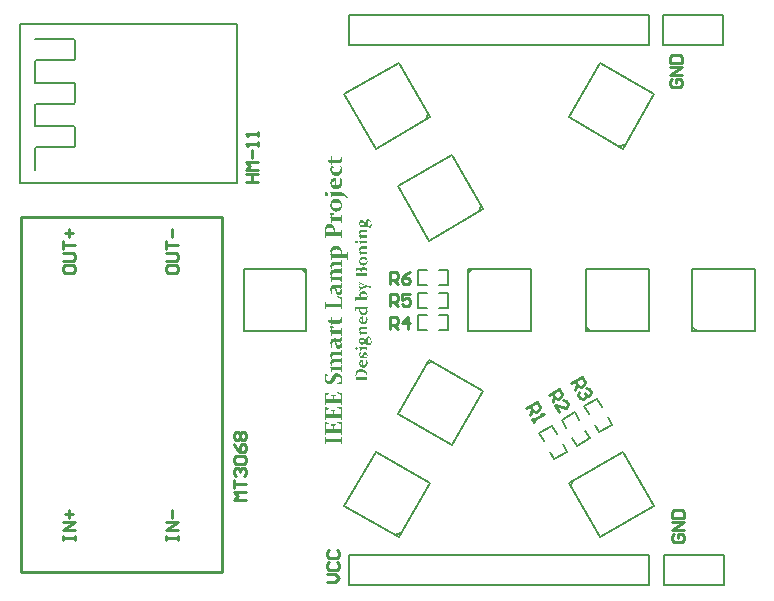
<source format=gto>
G04 Layer_Color=65535*
%FSLAX25Y25*%
%MOIN*%
G70*
G01*
G75*
%ADD10C,0.01000*%
%ADD29C,0.00787*%
G36*
X-43993Y-15239D02*
Y-15252D01*
Y-15271D01*
Y-15304D01*
Y-15342D01*
Y-15381D01*
X-44000Y-15485D01*
Y-15615D01*
Y-15751D01*
Y-15900D01*
Y-16055D01*
Y-16062D01*
Y-16075D01*
Y-16094D01*
Y-16127D01*
Y-16165D01*
Y-16211D01*
Y-16315D01*
Y-16438D01*
Y-16580D01*
X-43993Y-16723D01*
Y-16878D01*
X-44130Y-16891D01*
X-44227Y-16535D01*
X-44233Y-16522D01*
X-44240Y-16502D01*
X-44266Y-16477D01*
X-44311Y-16464D01*
X-44356D01*
X-44395Y-16457D01*
X-45899D01*
X-46015Y-16464D01*
X-46249Y-16470D01*
X-46352Y-16872D01*
X-46469Y-16891D01*
Y-16885D01*
X-46475Y-16859D01*
X-46482Y-16826D01*
X-46488Y-16775D01*
X-46495Y-16716D01*
X-46508Y-16645D01*
X-46521Y-16567D01*
X-46534Y-16477D01*
X-46566Y-16289D01*
X-46599Y-16088D01*
X-46637Y-15880D01*
X-46683Y-15679D01*
X-46657Y-15647D01*
X-46553D01*
X-46514Y-15653D01*
X-46287D01*
X-46151Y-15660D01*
X-44305D01*
X-44279Y-15647D01*
X-44246Y-15628D01*
X-44227Y-15589D01*
X-44130Y-15239D01*
X-43993Y-15232D01*
Y-15239D01*
D02*
G37*
G36*
X-52491Y-45512D02*
Y-45530D01*
Y-45558D01*
Y-45604D01*
Y-45651D01*
Y-45715D01*
X-52500Y-45873D01*
Y-46048D01*
Y-46261D01*
Y-46492D01*
Y-46742D01*
Y-46751D01*
Y-46770D01*
Y-46807D01*
Y-46862D01*
Y-46918D01*
Y-46992D01*
Y-47158D01*
Y-47352D01*
Y-47565D01*
X-52491Y-47778D01*
Y-47991D01*
X-52694Y-48009D01*
X-52833Y-47473D01*
Y-47464D01*
X-52842Y-47454D01*
X-52861Y-47417D01*
X-52907Y-47380D01*
X-52962Y-47362D01*
X-53388D01*
X-53443Y-47352D01*
X-57171D01*
X-57301Y-47362D01*
X-57615D01*
X-57652Y-47380D01*
X-57699Y-47408D01*
X-57736Y-47464D01*
X-57893Y-48000D01*
X-58096Y-48009D01*
Y-48000D01*
Y-47982D01*
Y-47954D01*
Y-47908D01*
Y-47861D01*
X-58087Y-47796D01*
Y-47649D01*
Y-47464D01*
X-58078Y-47260D01*
Y-47029D01*
Y-46779D01*
Y-46770D01*
Y-46751D01*
Y-46714D01*
Y-46659D01*
Y-46603D01*
Y-46529D01*
Y-46363D01*
X-58087Y-46169D01*
Y-45956D01*
Y-45743D01*
X-58096Y-45530D01*
X-57893Y-45502D01*
X-57745Y-46039D01*
X-57736Y-46058D01*
X-57717Y-46095D01*
X-57680Y-46132D01*
X-57625Y-46150D01*
X-52953D01*
X-52916Y-46132D01*
X-52870Y-46085D01*
X-52851Y-46058D01*
X-52833Y-46011D01*
X-52694Y-45521D01*
X-52491Y-45502D01*
Y-45512D01*
D02*
G37*
G36*
X-46287Y-12666D02*
X-46275Y-12660D01*
X-46249Y-12634D01*
X-46197Y-12601D01*
X-46132Y-12563D01*
X-46054Y-12524D01*
X-45957Y-12491D01*
X-45860Y-12465D01*
X-45750Y-12459D01*
X-45704D01*
X-45672Y-12465D01*
X-45639Y-12472D01*
X-45594Y-12478D01*
X-45490Y-12498D01*
X-45374Y-12537D01*
X-45257Y-12595D01*
X-45192Y-12634D01*
X-45140Y-12679D01*
X-45082Y-12731D01*
X-45030Y-12789D01*
Y-12796D01*
X-45017Y-12802D01*
X-45004Y-12822D01*
X-44991Y-12848D01*
X-44972Y-12880D01*
X-44946Y-12919D01*
X-44920Y-12964D01*
X-44901Y-13016D01*
X-44849Y-13139D01*
X-44804Y-13288D01*
X-44778Y-13457D01*
X-44765Y-13645D01*
Y-13651D01*
Y-13658D01*
Y-13677D01*
Y-13703D01*
X-44771Y-13761D01*
X-44778Y-13839D01*
X-44784Y-13930D01*
X-44804Y-14027D01*
X-44823Y-14131D01*
X-44855Y-14228D01*
X-44849Y-14234D01*
X-44823Y-14247D01*
X-44784Y-14260D01*
X-44739Y-14280D01*
X-44635Y-14319D01*
X-44577Y-14332D01*
X-44525Y-14338D01*
X-44512D01*
X-44486Y-14332D01*
X-44454Y-14306D01*
X-44441Y-14293D01*
X-44428Y-14267D01*
Y-14260D01*
Y-14254D01*
X-44421Y-14228D01*
Y-14196D01*
X-44415Y-14157D01*
Y-14105D01*
X-44408Y-14033D01*
Y-13956D01*
Y-13949D01*
Y-13923D01*
Y-13891D01*
Y-13839D01*
Y-13781D01*
Y-13710D01*
Y-13632D01*
Y-13547D01*
Y-13535D01*
Y-13509D01*
Y-13457D01*
X-44415Y-13398D01*
Y-13327D01*
Y-13256D01*
Y-13100D01*
Y-13094D01*
Y-13081D01*
Y-13055D01*
Y-13023D01*
X-44408Y-12984D01*
Y-12938D01*
X-44395Y-12835D01*
X-44369Y-12718D01*
X-44343Y-12595D01*
X-44298Y-12478D01*
X-44240Y-12375D01*
X-44233Y-12362D01*
X-44207Y-12336D01*
X-44168Y-12290D01*
X-44110Y-12245D01*
X-44032Y-12200D01*
X-43942Y-12154D01*
X-43838Y-12128D01*
X-43715Y-12115D01*
X-43689D01*
X-43663Y-12122D01*
X-43631D01*
X-43585Y-12128D01*
X-43533Y-12141D01*
X-43410Y-12180D01*
X-43345Y-12206D01*
X-43281Y-12245D01*
X-43209Y-12284D01*
X-43138Y-12336D01*
X-43067Y-12394D01*
X-43002Y-12465D01*
X-42937Y-12550D01*
X-42873Y-12640D01*
X-42866Y-12647D01*
X-42860Y-12666D01*
X-42847Y-12692D01*
X-42821Y-12731D01*
X-42801Y-12783D01*
X-42775Y-12841D01*
X-42743Y-12906D01*
X-42717Y-12984D01*
X-42685Y-13061D01*
X-42659Y-13152D01*
X-42626Y-13249D01*
X-42607Y-13353D01*
X-42568Y-13573D01*
X-42561Y-13690D01*
X-42555Y-13813D01*
Y-13820D01*
Y-13839D01*
Y-13865D01*
Y-13904D01*
X-42561Y-13949D01*
Y-14001D01*
X-42574Y-14124D01*
X-42594Y-14260D01*
X-42626Y-14403D01*
X-42665Y-14539D01*
X-42717Y-14669D01*
Y-14675D01*
X-42723Y-14682D01*
X-42749Y-14714D01*
X-42782Y-14766D01*
X-42834Y-14824D01*
X-42892Y-14882D01*
X-42963Y-14928D01*
X-43047Y-14967D01*
X-43093Y-14973D01*
X-43138Y-14980D01*
X-43171D01*
X-43196Y-14973D01*
X-43261Y-14954D01*
X-43345Y-14928D01*
X-43449Y-14876D01*
X-43508Y-14837D01*
X-43566Y-14798D01*
X-43624Y-14746D01*
X-43689Y-14688D01*
X-43754Y-14623D01*
X-43819Y-14545D01*
X-43825Y-14558D01*
X-43838Y-14591D01*
X-43870Y-14636D01*
X-43903Y-14688D01*
X-43955Y-14746D01*
X-44013Y-14792D01*
X-44084Y-14824D01*
X-44123Y-14831D01*
X-44162Y-14837D01*
X-44175D01*
X-44214Y-14831D01*
X-44279Y-14818D01*
X-44363Y-14785D01*
X-44473Y-14733D01*
X-44538Y-14701D01*
X-44609Y-14662D01*
X-44687Y-14610D01*
X-44765Y-14552D01*
X-44855Y-14487D01*
X-44946Y-14416D01*
Y-14422D01*
X-44959Y-14435D01*
X-44972Y-14455D01*
X-44991Y-14481D01*
X-45050Y-14552D01*
X-45134Y-14623D01*
X-45238Y-14701D01*
X-45367Y-14772D01*
X-45439Y-14798D01*
X-45516Y-14818D01*
X-45601Y-14831D01*
X-45691Y-14837D01*
X-45730D01*
X-45763Y-14831D01*
X-45801Y-14824D01*
X-45840Y-14818D01*
X-45944Y-14798D01*
X-46054Y-14759D01*
X-46171Y-14701D01*
X-46229Y-14662D01*
X-46287Y-14617D01*
X-46339Y-14571D01*
X-46391Y-14513D01*
X-46398Y-14507D01*
X-46404Y-14500D01*
X-46417Y-14481D01*
X-46437Y-14455D01*
X-46456Y-14422D01*
X-46475Y-14383D01*
X-46501Y-14332D01*
X-46527Y-14280D01*
X-46553Y-14221D01*
X-46579Y-14157D01*
X-46618Y-14001D01*
X-46650Y-13833D01*
X-46663Y-13632D01*
Y-13625D01*
Y-13606D01*
Y-13573D01*
X-46657Y-13528D01*
Y-13470D01*
X-46650Y-13405D01*
X-46637Y-13327D01*
X-46624Y-13237D01*
Y-13224D01*
X-46618Y-13198D01*
X-46611Y-13152D01*
X-46605Y-13100D01*
X-46592Y-12977D01*
X-46586Y-12919D01*
Y-12867D01*
Y-12861D01*
Y-12848D01*
Y-12822D01*
Y-12789D01*
Y-12751D01*
Y-12699D01*
Y-12588D01*
X-46592Y-12465D01*
Y-12323D01*
Y-12180D01*
X-46599Y-12038D01*
X-46456Y-12018D01*
X-46287Y-12666D01*
D02*
G37*
G36*
X-43993Y23875D02*
Y23862D01*
Y23842D01*
Y23810D01*
Y23777D01*
Y23732D01*
X-44000Y23628D01*
Y23512D01*
Y23376D01*
Y23226D01*
Y23077D01*
Y23071D01*
Y23058D01*
Y23039D01*
Y23006D01*
Y22967D01*
Y22928D01*
Y22825D01*
Y22708D01*
Y22579D01*
X-43993Y22449D01*
Y22319D01*
X-44130Y22306D01*
X-44207Y22585D01*
X-44214Y22598D01*
X-44227Y22617D01*
X-44253Y22643D01*
X-44292Y22656D01*
X-44298D01*
X-44330Y22663D01*
X-45698D01*
X-45756Y22656D01*
X-45827Y22643D01*
X-45912Y22630D01*
X-45989Y22604D01*
X-46067Y22572D01*
X-46132Y22527D01*
X-46138Y22520D01*
X-46158Y22501D01*
X-46184Y22468D01*
X-46210Y22423D01*
X-46236Y22371D01*
X-46262Y22300D01*
X-46281Y22216D01*
X-46287Y22125D01*
Y22112D01*
Y22086D01*
X-46281Y22041D01*
X-46268Y21976D01*
X-46255Y21905D01*
X-46229Y21827D01*
X-46197Y21736D01*
X-46151Y21645D01*
X-44298D01*
X-44272Y21658D01*
X-44240Y21678D01*
X-44214Y21710D01*
X-44130Y22002D01*
X-43993Y22008D01*
Y22002D01*
Y21995D01*
Y21976D01*
Y21950D01*
Y21879D01*
X-44000Y21788D01*
Y21671D01*
Y21542D01*
Y21399D01*
Y21250D01*
Y21244D01*
Y21231D01*
Y21211D01*
Y21179D01*
Y21140D01*
Y21101D01*
Y20991D01*
Y20868D01*
Y20732D01*
X-43993Y20583D01*
Y20434D01*
X-44130Y20414D01*
X-44227Y20777D01*
X-44233Y20790D01*
X-44240Y20809D01*
X-44266Y20829D01*
X-44311Y20842D01*
X-44376D01*
X-44421Y20848D01*
X-45899D01*
X-46009Y20842D01*
X-46249Y20835D01*
X-46352Y20434D01*
X-46469Y20414D01*
Y20421D01*
X-46475Y20440D01*
Y20479D01*
X-46488Y20524D01*
X-46495Y20583D01*
X-46501Y20647D01*
X-46514Y20725D01*
X-46527Y20803D01*
X-46560Y20991D01*
X-46599Y21185D01*
X-46637Y21393D01*
X-46683Y21600D01*
X-46657Y21645D01*
X-46359D01*
X-46365Y21652D01*
X-46372Y21665D01*
X-46391Y21691D01*
X-46411Y21730D01*
X-46430Y21768D01*
X-46462Y21820D01*
X-46488Y21879D01*
X-46521Y21937D01*
X-46579Y22080D01*
X-46624Y22242D01*
X-46663Y22403D01*
X-46670Y22494D01*
X-46676Y22579D01*
Y22585D01*
Y22598D01*
Y22617D01*
X-46670Y22650D01*
X-46663Y22721D01*
X-46650Y22818D01*
X-46618Y22922D01*
X-46579Y23026D01*
X-46527Y23129D01*
X-46449Y23226D01*
X-46437Y23239D01*
X-46411Y23265D01*
X-46359Y23298D01*
X-46287Y23343D01*
X-46197Y23389D01*
X-46093Y23421D01*
X-45963Y23447D01*
X-45821Y23460D01*
X-44305D01*
X-44279Y23473D01*
X-44246Y23499D01*
X-44227Y23538D01*
X-44130Y23875D01*
X-43993Y23881D01*
Y23875D01*
D02*
G37*
G36*
X-46287Y26408D02*
X-46275Y26415D01*
X-46249Y26441D01*
X-46197Y26473D01*
X-46132Y26512D01*
X-46054Y26551D01*
X-45957Y26583D01*
X-45860Y26609D01*
X-45750Y26616D01*
X-45704D01*
X-45672Y26609D01*
X-45639Y26603D01*
X-45594Y26596D01*
X-45490Y26577D01*
X-45374Y26538D01*
X-45257Y26479D01*
X-45192Y26441D01*
X-45140Y26395D01*
X-45082Y26343D01*
X-45030Y26285D01*
Y26279D01*
X-45017Y26272D01*
X-45004Y26253D01*
X-44991Y26227D01*
X-44972Y26194D01*
X-44946Y26155D01*
X-44920Y26110D01*
X-44901Y26058D01*
X-44849Y25935D01*
X-44804Y25786D01*
X-44778Y25618D01*
X-44765Y25430D01*
Y25423D01*
Y25417D01*
Y25397D01*
Y25371D01*
X-44771Y25313D01*
X-44778Y25235D01*
X-44784Y25145D01*
X-44804Y25047D01*
X-44823Y24944D01*
X-44855Y24847D01*
X-44849Y24840D01*
X-44823Y24827D01*
X-44784Y24814D01*
X-44739Y24795D01*
X-44635Y24756D01*
X-44577Y24743D01*
X-44525Y24736D01*
X-44512D01*
X-44486Y24743D01*
X-44454Y24769D01*
X-44441Y24782D01*
X-44428Y24808D01*
Y24814D01*
Y24821D01*
X-44421Y24847D01*
Y24879D01*
X-44415Y24918D01*
Y24970D01*
X-44408Y25041D01*
Y25119D01*
Y25125D01*
Y25151D01*
Y25183D01*
Y25235D01*
Y25294D01*
Y25365D01*
Y25443D01*
Y25527D01*
Y25540D01*
Y25566D01*
Y25618D01*
X-44415Y25676D01*
Y25747D01*
Y25818D01*
Y25974D01*
Y25980D01*
Y25993D01*
Y26019D01*
Y26052D01*
X-44408Y26091D01*
Y26136D01*
X-44395Y26240D01*
X-44369Y26356D01*
X-44343Y26479D01*
X-44298Y26596D01*
X-44240Y26700D01*
X-44233Y26713D01*
X-44207Y26739D01*
X-44168Y26784D01*
X-44110Y26829D01*
X-44032Y26875D01*
X-43942Y26920D01*
X-43838Y26946D01*
X-43715Y26959D01*
X-43689D01*
X-43663Y26952D01*
X-43631D01*
X-43585Y26946D01*
X-43533Y26933D01*
X-43410Y26894D01*
X-43345Y26868D01*
X-43281Y26829D01*
X-43209Y26790D01*
X-43138Y26739D01*
X-43067Y26680D01*
X-43002Y26609D01*
X-42937Y26525D01*
X-42873Y26434D01*
X-42866Y26428D01*
X-42860Y26408D01*
X-42847Y26382D01*
X-42821Y26343D01*
X-42801Y26291D01*
X-42775Y26233D01*
X-42743Y26168D01*
X-42717Y26091D01*
X-42685Y26013D01*
X-42659Y25922D01*
X-42626Y25825D01*
X-42607Y25721D01*
X-42568Y25501D01*
X-42561Y25384D01*
X-42555Y25261D01*
Y25255D01*
Y25235D01*
Y25209D01*
Y25170D01*
X-42561Y25125D01*
Y25073D01*
X-42574Y24950D01*
X-42594Y24814D01*
X-42626Y24671D01*
X-42665Y24535D01*
X-42717Y24406D01*
Y24399D01*
X-42723Y24393D01*
X-42749Y24361D01*
X-42782Y24309D01*
X-42834Y24250D01*
X-42892Y24192D01*
X-42963Y24147D01*
X-43047Y24108D01*
X-43093Y24101D01*
X-43138Y24095D01*
X-43171D01*
X-43196Y24101D01*
X-43261Y24121D01*
X-43345Y24147D01*
X-43449Y24198D01*
X-43508Y24237D01*
X-43566Y24276D01*
X-43624Y24328D01*
X-43689Y24386D01*
X-43754Y24451D01*
X-43819Y24529D01*
X-43825Y24516D01*
X-43838Y24484D01*
X-43870Y24438D01*
X-43903Y24386D01*
X-43955Y24328D01*
X-44013Y24283D01*
X-44084Y24250D01*
X-44123Y24244D01*
X-44162Y24237D01*
X-44175D01*
X-44214Y24244D01*
X-44279Y24257D01*
X-44363Y24289D01*
X-44473Y24341D01*
X-44538Y24373D01*
X-44609Y24412D01*
X-44687Y24464D01*
X-44765Y24522D01*
X-44855Y24587D01*
X-44946Y24659D01*
Y24652D01*
X-44959Y24639D01*
X-44972Y24620D01*
X-44991Y24594D01*
X-45050Y24522D01*
X-45134Y24451D01*
X-45238Y24373D01*
X-45367Y24302D01*
X-45439Y24276D01*
X-45516Y24257D01*
X-45601Y24244D01*
X-45691Y24237D01*
X-45730D01*
X-45763Y24244D01*
X-45801Y24250D01*
X-45840Y24257D01*
X-45944Y24276D01*
X-46054Y24315D01*
X-46171Y24373D01*
X-46229Y24412D01*
X-46287Y24458D01*
X-46339Y24503D01*
X-46391Y24561D01*
X-46398Y24568D01*
X-46404Y24574D01*
X-46417Y24594D01*
X-46437Y24620D01*
X-46456Y24652D01*
X-46475Y24691D01*
X-46501Y24743D01*
X-46527Y24795D01*
X-46553Y24853D01*
X-46579Y24918D01*
X-46618Y25073D01*
X-46650Y25242D01*
X-46663Y25443D01*
Y25449D01*
Y25469D01*
Y25501D01*
X-46657Y25546D01*
Y25605D01*
X-46650Y25669D01*
X-46637Y25747D01*
X-46624Y25838D01*
Y25851D01*
X-46618Y25877D01*
X-46611Y25922D01*
X-46605Y25974D01*
X-46592Y26097D01*
X-46586Y26155D01*
Y26207D01*
Y26214D01*
Y26227D01*
Y26253D01*
Y26285D01*
Y26324D01*
Y26376D01*
Y26486D01*
X-46592Y26609D01*
Y26752D01*
Y26894D01*
X-46599Y27037D01*
X-46456Y27056D01*
X-46287Y26408D01*
D02*
G37*
G36*
X-53971Y-24375D02*
X-53897Y-24385D01*
X-53823Y-24394D01*
X-53638Y-24440D01*
X-53434Y-24514D01*
X-53333Y-24561D01*
X-53231Y-24625D01*
X-53120Y-24690D01*
X-53018Y-24773D01*
X-52925Y-24866D01*
X-52833Y-24977D01*
X-52824Y-24986D01*
X-52815Y-25005D01*
X-52787Y-25041D01*
X-52759Y-25088D01*
X-52722Y-25153D01*
X-52685Y-25227D01*
X-52648Y-25310D01*
X-52602Y-25411D01*
X-52556Y-25523D01*
X-52518Y-25643D01*
X-52482Y-25772D01*
X-52444Y-25920D01*
X-52417Y-26068D01*
X-52389Y-26235D01*
X-52380Y-26410D01*
X-52371Y-26596D01*
Y-26605D01*
Y-26623D01*
Y-26669D01*
Y-26716D01*
X-52380Y-26781D01*
Y-26864D01*
X-52389Y-26947D01*
X-52398Y-27040D01*
X-52426Y-27261D01*
X-52463Y-27502D01*
X-52518Y-27761D01*
X-52592Y-28020D01*
X-52630Y-28048D01*
X-54072Y-27835D01*
X-54110Y-27585D01*
X-52889Y-27280D01*
X-52879Y-27271D01*
X-52870Y-27234D01*
X-52851Y-27169D01*
X-52824Y-27095D01*
X-52796Y-26993D01*
X-52777Y-26891D01*
X-52768Y-26771D01*
X-52759Y-26642D01*
Y-26632D01*
Y-26623D01*
Y-26596D01*
Y-26559D01*
X-52768Y-26466D01*
X-52787Y-26346D01*
X-52824Y-26216D01*
X-52861Y-26087D01*
X-52925Y-25948D01*
X-53009Y-25828D01*
X-53018Y-25818D01*
X-53055Y-25782D01*
X-53110Y-25726D01*
X-53194Y-25670D01*
X-53295Y-25615D01*
X-53407Y-25559D01*
X-53545Y-25523D01*
X-53702Y-25513D01*
X-53740D01*
X-53786Y-25523D01*
X-53841D01*
X-53980Y-25559D01*
X-54045Y-25578D01*
X-54110Y-25615D01*
X-54119D01*
X-54137Y-25633D01*
X-54174Y-25652D01*
X-54211Y-25680D01*
X-54313Y-25763D01*
X-54415Y-25874D01*
X-54424Y-25883D01*
X-54443Y-25902D01*
X-54461Y-25939D01*
X-54498Y-25985D01*
X-54535Y-26041D01*
X-54572Y-26105D01*
X-54655Y-26253D01*
X-54664Y-26263D01*
X-54674Y-26290D01*
X-54692Y-26327D01*
X-54720Y-26383D01*
X-54748Y-26447D01*
X-54785Y-26522D01*
X-54868Y-26679D01*
X-54877Y-26688D01*
X-54887Y-26716D01*
X-54914Y-26771D01*
X-54942Y-26827D01*
X-54979Y-26901D01*
X-55016Y-26984D01*
X-55108Y-27169D01*
X-55118Y-27178D01*
X-55136Y-27206D01*
X-55164Y-27252D01*
X-55201Y-27317D01*
X-55303Y-27456D01*
X-55432Y-27604D01*
X-55441Y-27613D01*
X-55469Y-27632D01*
X-55506Y-27668D01*
X-55562Y-27715D01*
X-55626Y-27761D01*
X-55710Y-27817D01*
X-55885Y-27918D01*
X-55895D01*
X-55932Y-27937D01*
X-55987Y-27955D01*
X-56061Y-27974D01*
X-56154Y-27992D01*
X-56265Y-28011D01*
X-56385Y-28020D01*
X-56515Y-28029D01*
X-56589D01*
X-56644Y-28020D01*
X-56709Y-28011D01*
X-56783Y-28001D01*
X-56959Y-27955D01*
X-57153Y-27891D01*
X-57254Y-27835D01*
X-57356Y-27779D01*
X-57458Y-27715D01*
X-57551Y-27641D01*
X-57643Y-27548D01*
X-57736Y-27446D01*
X-57745Y-27437D01*
X-57754Y-27419D01*
X-57782Y-27382D01*
X-57810Y-27345D01*
X-57837Y-27280D01*
X-57884Y-27215D01*
X-57920Y-27132D01*
X-57967Y-27040D01*
X-58004Y-26938D01*
X-58050Y-26818D01*
X-58087Y-26697D01*
X-58115Y-26568D01*
X-58152Y-26420D01*
X-58170Y-26272D01*
X-58179Y-26105D01*
X-58189Y-25939D01*
Y-25929D01*
Y-25911D01*
Y-25883D01*
Y-25837D01*
X-58179Y-25782D01*
Y-25708D01*
X-58170Y-25633D01*
Y-25550D01*
X-58143Y-25347D01*
X-58115Y-25115D01*
X-58069Y-24866D01*
X-58004Y-24588D01*
X-57967Y-24561D01*
X-56681Y-24810D01*
X-56644Y-25032D01*
X-57717Y-25319D01*
X-57726Y-25328D01*
X-57736Y-25365D01*
X-57754Y-25421D01*
X-57772Y-25486D01*
X-57791Y-25569D01*
X-57800Y-25661D01*
X-57819Y-25763D01*
Y-25874D01*
Y-25892D01*
Y-25948D01*
X-57810Y-26022D01*
X-57791Y-26124D01*
X-57754Y-26235D01*
X-57717Y-26355D01*
X-57652Y-26475D01*
X-57569Y-26596D01*
X-57560Y-26605D01*
X-57523Y-26642D01*
X-57467Y-26688D01*
X-57393Y-26734D01*
X-57301Y-26790D01*
X-57190Y-26836D01*
X-57060Y-26873D01*
X-56921Y-26882D01*
X-56884D01*
X-56838Y-26873D01*
X-56783D01*
X-56653Y-26845D01*
X-56524Y-26790D01*
X-56515D01*
X-56496Y-26771D01*
X-56468Y-26753D01*
X-56422Y-26725D01*
X-56330Y-26642D01*
X-56218Y-26540D01*
X-56209Y-26531D01*
X-56200Y-26512D01*
X-56172Y-26475D01*
X-56144Y-26429D01*
X-56107Y-26373D01*
X-56071Y-26309D01*
X-55987Y-26170D01*
Y-26161D01*
X-55969Y-26133D01*
X-55950Y-26096D01*
X-55923Y-26041D01*
X-55895Y-25976D01*
X-55858Y-25902D01*
X-55774Y-25745D01*
X-55765Y-25735D01*
X-55756Y-25698D01*
X-55728Y-25652D01*
X-55700Y-25596D01*
X-55664Y-25523D01*
X-55626Y-25439D01*
X-55525Y-25254D01*
X-55515Y-25245D01*
X-55497Y-25208D01*
X-55469Y-25162D01*
X-55432Y-25106D01*
X-55330Y-24958D01*
X-55192Y-24810D01*
X-55182Y-24801D01*
X-55155Y-24773D01*
X-55118Y-24746D01*
X-55062Y-24699D01*
X-54997Y-24644D01*
X-54923Y-24598D01*
X-54831Y-24542D01*
X-54738Y-24496D01*
X-54729Y-24487D01*
X-54692Y-24477D01*
X-54637Y-24459D01*
X-54563Y-24431D01*
X-54470Y-24403D01*
X-54359Y-24385D01*
X-54239Y-24375D01*
X-54100Y-24366D01*
X-54026D01*
X-53971Y-24375D01*
D02*
G37*
G36*
X-52491Y-16541D02*
Y-16559D01*
Y-16587D01*
Y-16633D01*
Y-16680D01*
Y-16744D01*
X-52500Y-16892D01*
Y-17059D01*
Y-17253D01*
Y-17466D01*
Y-17679D01*
Y-17688D01*
Y-17706D01*
Y-17734D01*
Y-17780D01*
Y-17836D01*
Y-17891D01*
Y-18039D01*
Y-18206D01*
Y-18382D01*
X-52491Y-18566D01*
Y-18742D01*
X-52685Y-18761D01*
X-52796Y-18382D01*
X-52805Y-18363D01*
X-52824Y-18335D01*
X-52861Y-18298D01*
X-52916Y-18280D01*
X-52925D01*
X-52972Y-18271D01*
X-54923D01*
X-55007Y-18280D01*
X-55108Y-18289D01*
X-55229Y-18317D01*
X-55340Y-18345D01*
X-55451Y-18391D01*
X-55543Y-18455D01*
X-55553Y-18465D01*
X-55580Y-18493D01*
X-55617Y-18530D01*
X-55654Y-18594D01*
X-55691Y-18668D01*
X-55728Y-18761D01*
X-55756Y-18872D01*
X-55765Y-19001D01*
Y-19020D01*
Y-19057D01*
X-55756Y-19121D01*
X-55738Y-19214D01*
X-55710Y-19316D01*
X-55664Y-19436D01*
X-55608Y-19566D01*
X-55534Y-19704D01*
X-55525D01*
X-55497Y-19695D01*
X-55460Y-19686D01*
X-55405Y-19667D01*
X-55340Y-19658D01*
X-55266Y-19649D01*
X-55099Y-19639D01*
X-52925D01*
X-52889Y-19621D01*
X-52842Y-19593D01*
X-52805Y-19547D01*
X-52685Y-19140D01*
X-52491D01*
Y-19149D01*
Y-19159D01*
Y-19186D01*
Y-19223D01*
Y-19316D01*
X-52500Y-19445D01*
Y-19602D01*
Y-19778D01*
Y-19973D01*
Y-20185D01*
Y-20195D01*
Y-20213D01*
Y-20241D01*
Y-20287D01*
Y-20343D01*
Y-20398D01*
Y-20546D01*
Y-20712D01*
Y-20888D01*
X-52491Y-21073D01*
Y-21249D01*
X-52685Y-21258D01*
X-52796Y-20888D01*
X-52805Y-20870D01*
X-52824Y-20842D01*
X-52861Y-20805D01*
X-52916Y-20786D01*
X-52925D01*
X-52972Y-20777D01*
X-54923D01*
X-55007Y-20786D01*
X-55108Y-20796D01*
X-55229Y-20823D01*
X-55340Y-20851D01*
X-55451Y-20898D01*
X-55543Y-20962D01*
X-55553Y-20971D01*
X-55580Y-20999D01*
X-55617Y-21036D01*
X-55654Y-21101D01*
X-55691Y-21175D01*
X-55728Y-21268D01*
X-55756Y-21378D01*
X-55765Y-21508D01*
Y-21517D01*
Y-21564D01*
X-55756Y-21619D01*
X-55738Y-21702D01*
X-55719Y-21795D01*
X-55682Y-21906D01*
X-55636Y-22026D01*
X-55571Y-22146D01*
X-52925D01*
X-52889Y-22128D01*
X-52842Y-22100D01*
X-52805Y-22054D01*
X-52685Y-21647D01*
X-52491D01*
Y-21656D01*
Y-21665D01*
Y-21693D01*
Y-21730D01*
Y-21823D01*
X-52500Y-21952D01*
Y-22109D01*
Y-22294D01*
Y-22498D01*
Y-22711D01*
Y-22720D01*
Y-22738D01*
Y-22766D01*
Y-22812D01*
Y-22868D01*
Y-22923D01*
Y-23080D01*
Y-23256D01*
Y-23450D01*
X-52491Y-23663D01*
Y-23876D01*
X-52685Y-23904D01*
X-52824Y-23386D01*
X-52833Y-23367D01*
X-52842Y-23339D01*
X-52879Y-23312D01*
X-52944Y-23293D01*
X-53036D01*
X-53101Y-23284D01*
X-55210D01*
X-55367Y-23293D01*
X-55710Y-23302D01*
X-55858Y-23876D01*
X-56024Y-23904D01*
Y-23895D01*
X-56033Y-23867D01*
Y-23811D01*
X-56052Y-23746D01*
X-56061Y-23663D01*
X-56071Y-23571D01*
X-56089Y-23460D01*
X-56107Y-23349D01*
X-56154Y-23080D01*
X-56209Y-22803D01*
X-56265Y-22507D01*
X-56330Y-22211D01*
X-56292Y-22155D01*
X-55867D01*
X-55876Y-22146D01*
X-55885Y-22128D01*
X-55913Y-22091D01*
X-55941Y-22045D01*
X-55969Y-21980D01*
X-56015Y-21915D01*
X-56052Y-21832D01*
X-56098Y-21748D01*
X-56182Y-21545D01*
X-56246Y-21332D01*
X-56302Y-21092D01*
X-56311Y-20971D01*
X-56320Y-20851D01*
Y-20842D01*
Y-20823D01*
Y-20786D01*
X-56311Y-20731D01*
X-56302Y-20675D01*
X-56292Y-20602D01*
X-56256Y-20453D01*
X-56191Y-20278D01*
X-56144Y-20195D01*
X-56098Y-20102D01*
X-56033Y-20019D01*
X-55959Y-19945D01*
X-55876Y-19871D01*
X-55784Y-19806D01*
X-55793Y-19797D01*
X-55812Y-19769D01*
X-55830Y-19732D01*
X-55867Y-19677D01*
X-55904Y-19612D01*
X-55950Y-19529D01*
X-56006Y-19445D01*
X-56052Y-19343D01*
X-56154Y-19121D01*
X-56237Y-18881D01*
X-56274Y-18752D01*
X-56302Y-18622D01*
X-56311Y-18483D01*
X-56320Y-18354D01*
Y-18345D01*
Y-18326D01*
Y-18298D01*
X-56311Y-18261D01*
X-56302Y-18159D01*
X-56283Y-18030D01*
X-56237Y-17891D01*
X-56182Y-17743D01*
X-56107Y-17595D01*
X-55997Y-17466D01*
X-55978Y-17447D01*
X-55941Y-17410D01*
X-55867Y-17364D01*
X-55765Y-17299D01*
X-55636Y-17234D01*
X-55488Y-17188D01*
X-55303Y-17151D01*
X-55099Y-17133D01*
X-52935D01*
X-52898Y-17114D01*
X-52851Y-17077D01*
X-52824Y-17022D01*
X-52685Y-16541D01*
X-52491Y-16532D01*
Y-16541D01*
D02*
G37*
G36*
X-52509Y-30832D02*
X-52491Y-30860D01*
Y-30869D01*
Y-30906D01*
Y-30961D01*
Y-31026D01*
Y-31119D01*
Y-31230D01*
Y-31341D01*
X-52500Y-31479D01*
Y-31618D01*
Y-31776D01*
Y-32099D01*
Y-32451D01*
Y-32802D01*
Y-33866D01*
Y-33875D01*
Y-33885D01*
Y-33922D01*
Y-33959D01*
Y-34005D01*
Y-34060D01*
Y-34190D01*
Y-34356D01*
Y-34532D01*
X-52491Y-34726D01*
Y-34930D01*
X-52694Y-34948D01*
X-52833Y-34412D01*
Y-34402D01*
X-52842Y-34393D01*
X-52861Y-34356D01*
X-52907Y-34319D01*
X-52962Y-34301D01*
X-53388D01*
X-53443Y-34291D01*
X-57171D01*
X-57301Y-34301D01*
X-57615D01*
X-57652Y-34319D01*
X-57699Y-34347D01*
X-57736Y-34402D01*
X-57893Y-34939D01*
X-58096Y-34948D01*
Y-34939D01*
Y-34920D01*
Y-34893D01*
Y-34856D01*
Y-34800D01*
X-58087Y-34745D01*
Y-34606D01*
Y-34440D01*
X-58078Y-34264D01*
Y-33885D01*
Y-32867D01*
Y-32858D01*
Y-32821D01*
Y-32774D01*
Y-32700D01*
Y-32608D01*
Y-32506D01*
Y-32386D01*
Y-32247D01*
Y-32109D01*
Y-31951D01*
Y-31785D01*
Y-31609D01*
X-58087Y-31239D01*
Y-30860D01*
X-58059Y-30823D01*
X-56727Y-31073D01*
X-56700Y-31295D01*
X-57671Y-31544D01*
Y-33089D01*
X-55553D01*
Y-32876D01*
Y-32858D01*
Y-32811D01*
Y-32747D01*
Y-32654D01*
Y-32543D01*
Y-32414D01*
Y-32275D01*
Y-32127D01*
Y-32118D01*
Y-32109D01*
X-55571Y-32072D01*
X-55608Y-32025D01*
X-55664Y-31997D01*
X-56209Y-31850D01*
X-56218Y-31591D01*
X-55895D01*
X-55756Y-31600D01*
X-54877D01*
X-54702Y-31591D01*
X-54498D01*
X-54479Y-31850D01*
X-55044Y-31997D01*
X-55053D01*
X-55062Y-32007D01*
X-55099Y-32025D01*
X-55146Y-32062D01*
X-55155Y-32090D01*
X-55164Y-32118D01*
Y-32136D01*
Y-32192D01*
Y-32266D01*
X-55173Y-32368D01*
Y-32488D01*
Y-32617D01*
Y-32886D01*
Y-33089D01*
X-52925D01*
Y-31489D01*
X-53971Y-30980D01*
X-54008Y-30740D01*
X-52509Y-30832D01*
D02*
G37*
G36*
Y-40692D02*
X-52491Y-40720D01*
Y-40729D01*
Y-40767D01*
Y-40822D01*
Y-40887D01*
Y-40979D01*
Y-41090D01*
Y-41201D01*
X-52500Y-41340D01*
Y-41479D01*
Y-41636D01*
Y-41960D01*
Y-42311D01*
Y-42663D01*
Y-43727D01*
Y-43736D01*
Y-43745D01*
Y-43782D01*
Y-43819D01*
Y-43865D01*
Y-43921D01*
Y-44050D01*
Y-44217D01*
Y-44392D01*
X-52491Y-44587D01*
Y-44790D01*
X-52694Y-44809D01*
X-52833Y-44272D01*
Y-44263D01*
X-52842Y-44254D01*
X-52861Y-44217D01*
X-52907Y-44180D01*
X-52962Y-44161D01*
X-53388D01*
X-53443Y-44152D01*
X-57171D01*
X-57301Y-44161D01*
X-57615D01*
X-57652Y-44180D01*
X-57699Y-44208D01*
X-57736Y-44263D01*
X-57893Y-44800D01*
X-58096Y-44809D01*
Y-44800D01*
Y-44781D01*
Y-44753D01*
Y-44716D01*
Y-44661D01*
X-58087Y-44605D01*
Y-44467D01*
Y-44300D01*
X-58078Y-44124D01*
Y-43745D01*
Y-42728D01*
Y-42718D01*
Y-42681D01*
Y-42635D01*
Y-42561D01*
Y-42469D01*
Y-42367D01*
Y-42246D01*
Y-42108D01*
Y-41969D01*
Y-41812D01*
Y-41645D01*
Y-41469D01*
X-58087Y-41100D01*
Y-40720D01*
X-58059Y-40683D01*
X-56727Y-40933D01*
X-56700Y-41155D01*
X-57671Y-41405D01*
Y-42950D01*
X-55553D01*
Y-42737D01*
Y-42718D01*
Y-42672D01*
Y-42607D01*
Y-42515D01*
Y-42404D01*
Y-42274D01*
Y-42136D01*
Y-41987D01*
Y-41978D01*
Y-41969D01*
X-55571Y-41932D01*
X-55608Y-41886D01*
X-55664Y-41858D01*
X-56209Y-41710D01*
X-56218Y-41451D01*
X-55895D01*
X-55756Y-41460D01*
X-54877D01*
X-54702Y-41451D01*
X-54498D01*
X-54479Y-41710D01*
X-55044Y-41858D01*
X-55053D01*
X-55062Y-41867D01*
X-55099Y-41886D01*
X-55146Y-41923D01*
X-55155Y-41951D01*
X-55164Y-41978D01*
Y-41997D01*
Y-42052D01*
Y-42126D01*
X-55173Y-42228D01*
Y-42348D01*
Y-42478D01*
Y-42746D01*
Y-42950D01*
X-52925D01*
Y-41349D01*
X-53971Y-40841D01*
X-54008Y-40600D01*
X-52509Y-40692D01*
D02*
G37*
G36*
Y-35762D02*
X-52491Y-35790D01*
Y-35799D01*
Y-35836D01*
Y-35892D01*
Y-35956D01*
Y-36049D01*
Y-36160D01*
Y-36271D01*
X-52500Y-36410D01*
Y-36549D01*
Y-36706D01*
Y-37029D01*
Y-37381D01*
Y-37732D01*
Y-38796D01*
Y-38805D01*
Y-38815D01*
Y-38852D01*
Y-38889D01*
Y-38935D01*
Y-38991D01*
Y-39120D01*
Y-39287D01*
Y-39462D01*
X-52491Y-39656D01*
Y-39860D01*
X-52694Y-39878D01*
X-52833Y-39342D01*
Y-39333D01*
X-52842Y-39323D01*
X-52861Y-39287D01*
X-52907Y-39250D01*
X-52962Y-39231D01*
X-53388D01*
X-53443Y-39222D01*
X-57171D01*
X-57301Y-39231D01*
X-57615D01*
X-57652Y-39250D01*
X-57699Y-39277D01*
X-57736Y-39333D01*
X-57893Y-39869D01*
X-58096Y-39878D01*
Y-39869D01*
Y-39851D01*
Y-39823D01*
Y-39786D01*
Y-39731D01*
X-58087Y-39675D01*
Y-39536D01*
Y-39370D01*
X-58078Y-39194D01*
Y-38815D01*
Y-37797D01*
Y-37788D01*
Y-37751D01*
Y-37705D01*
Y-37631D01*
Y-37538D01*
Y-37437D01*
Y-37316D01*
Y-37178D01*
Y-37039D01*
Y-36882D01*
Y-36715D01*
Y-36539D01*
X-58087Y-36169D01*
Y-35790D01*
X-58059Y-35753D01*
X-56727Y-36003D01*
X-56700Y-36225D01*
X-57671Y-36474D01*
Y-38019D01*
X-55553D01*
Y-37806D01*
Y-37788D01*
Y-37742D01*
Y-37677D01*
Y-37584D01*
Y-37473D01*
Y-37344D01*
Y-37205D01*
Y-37057D01*
Y-37048D01*
Y-37039D01*
X-55571Y-37002D01*
X-55608Y-36955D01*
X-55664Y-36928D01*
X-56209Y-36780D01*
X-56218Y-36521D01*
X-55895D01*
X-55756Y-36530D01*
X-54877D01*
X-54702Y-36521D01*
X-54498D01*
X-54479Y-36780D01*
X-55044Y-36928D01*
X-55053D01*
X-55062Y-36937D01*
X-55099Y-36955D01*
X-55146Y-36992D01*
X-55155Y-37020D01*
X-55164Y-37048D01*
Y-37067D01*
Y-37122D01*
Y-37196D01*
X-55173Y-37298D01*
Y-37418D01*
Y-37547D01*
Y-37816D01*
Y-38019D01*
X-52925D01*
Y-36419D01*
X-53971Y-35910D01*
X-54008Y-35670D01*
X-52509Y-35762D01*
D02*
G37*
G36*
X-46398Y5918D02*
Y5912D01*
X-46391Y5905D01*
X-46372Y5867D01*
X-46339Y5828D01*
X-46287Y5789D01*
X-46275Y5782D01*
X-46249Y5769D01*
X-46197Y5750D01*
X-46138Y5724D01*
X-46061Y5692D01*
X-45970Y5659D01*
X-45873Y5620D01*
X-45769Y5575D01*
X-45763Y5568D01*
X-45730Y5562D01*
X-45685Y5543D01*
X-45627Y5517D01*
X-45549Y5484D01*
X-45465Y5452D01*
X-45367Y5413D01*
X-45264Y5368D01*
X-45153Y5322D01*
X-45037Y5277D01*
X-44791Y5180D01*
X-44551Y5089D01*
X-44434Y5044D01*
X-44324Y5005D01*
X-44317D01*
X-44305Y4998D01*
X-44285Y4992D01*
X-44259Y4985D01*
X-44227Y4972D01*
X-44188Y4959D01*
X-44091Y4933D01*
X-43981Y4895D01*
X-43851Y4856D01*
X-43715Y4817D01*
X-43572Y4778D01*
X-43566D01*
X-43553Y4771D01*
X-43533Y4765D01*
X-43508Y4758D01*
X-43436Y4739D01*
X-43339Y4720D01*
X-43235Y4694D01*
X-43119Y4661D01*
X-43002Y4635D01*
X-42885Y4609D01*
X-42879D01*
X-42860Y4603D01*
X-42834Y4597D01*
X-42801Y4583D01*
X-42730Y4545D01*
X-42698Y4525D01*
X-42672Y4493D01*
Y4486D01*
X-42659Y4473D01*
X-42652Y4454D01*
X-42639Y4415D01*
X-42626Y4363D01*
X-42620Y4298D01*
X-42607Y4214D01*
Y4117D01*
Y4110D01*
Y4104D01*
Y4065D01*
Y4007D01*
X-42613Y3929D01*
Y3838D01*
X-42620Y3735D01*
X-42633Y3527D01*
X-42756Y3514D01*
Y3521D01*
Y3527D01*
X-42762Y3566D01*
X-42775Y3624D01*
X-42795Y3696D01*
X-42821Y3767D01*
X-42853Y3845D01*
X-42892Y3910D01*
X-42937Y3968D01*
X-42950Y3974D01*
X-42963Y3987D01*
X-42983Y4000D01*
X-43009Y4026D01*
X-43041Y4046D01*
X-43086Y4078D01*
X-43138Y4110D01*
X-43203Y4149D01*
X-43281Y4188D01*
X-43365Y4234D01*
X-43462Y4285D01*
X-43572Y4344D01*
X-43695Y4402D01*
X-43832Y4467D01*
X-43981Y4538D01*
X-44032Y4558D01*
X-44071Y4409D01*
X-44078D01*
X-44084Y4402D01*
X-44104Y4396D01*
X-44130Y4389D01*
X-44194Y4357D01*
X-44279Y4324D01*
X-44389Y4279D01*
X-44518Y4227D01*
X-44661Y4169D01*
X-44816Y4104D01*
X-44978Y4039D01*
X-45160Y3961D01*
X-45341Y3890D01*
X-45529Y3812D01*
X-45912Y3650D01*
X-46099Y3573D01*
X-46281Y3495D01*
X-46287D01*
X-46294Y3488D01*
X-46333Y3463D01*
X-46372Y3424D01*
X-46398Y3365D01*
X-46475Y3106D01*
X-46611Y3093D01*
Y3100D01*
Y3113D01*
Y3132D01*
Y3158D01*
X-46605Y3223D01*
Y3313D01*
Y3417D01*
X-46599Y3527D01*
Y3761D01*
Y3767D01*
Y3780D01*
Y3799D01*
Y3832D01*
Y3864D01*
Y3910D01*
Y4013D01*
X-46605Y4136D01*
Y4279D01*
Y4434D01*
X-46611Y4597D01*
X-46475Y4609D01*
X-46385Y4259D01*
X-46372Y4266D01*
X-46339Y4279D01*
X-46281Y4298D01*
X-46216Y4324D01*
X-46132Y4357D01*
X-46041Y4396D01*
X-45853Y4467D01*
X-45840Y4473D01*
X-45808Y4486D01*
X-45756Y4506D01*
X-45685Y4538D01*
X-45594Y4571D01*
X-45490Y4616D01*
X-45367Y4668D01*
X-45231Y4726D01*
X-45225Y4733D01*
X-45205Y4739D01*
X-45166Y4752D01*
X-45121Y4771D01*
X-45069Y4797D01*
X-45004Y4823D01*
X-44933Y4849D01*
X-44855Y4882D01*
X-44868Y4888D01*
X-44894Y4895D01*
X-44940Y4914D01*
X-44991Y4933D01*
X-45056Y4959D01*
X-45134Y4992D01*
X-45289Y5057D01*
X-45296D01*
X-45315Y5069D01*
X-45348Y5076D01*
X-45393Y5095D01*
X-45445Y5115D01*
X-45503Y5141D01*
X-45575Y5167D01*
X-45652Y5193D01*
X-45821Y5257D01*
X-46009Y5329D01*
X-46197Y5400D01*
X-46391Y5471D01*
X-46475Y5180D01*
X-46611Y5167D01*
Y5180D01*
Y5206D01*
X-46605Y5251D01*
Y5316D01*
Y5393D01*
X-46599Y5478D01*
Y5575D01*
Y5685D01*
Y5698D01*
Y5731D01*
Y5776D01*
Y5841D01*
X-46605Y5918D01*
Y6003D01*
X-46611Y6178D01*
X-46475Y6191D01*
X-46398Y5918D01*
D02*
G37*
G36*
X-43993Y-8402D02*
Y-8415D01*
Y-8435D01*
Y-8467D01*
Y-8500D01*
Y-8545D01*
X-44000Y-8649D01*
Y-8765D01*
Y-8901D01*
Y-9050D01*
Y-9199D01*
Y-9206D01*
Y-9219D01*
Y-9238D01*
Y-9271D01*
Y-9310D01*
Y-9348D01*
Y-9452D01*
Y-9569D01*
Y-9698D01*
X-43993Y-9828D01*
Y-9958D01*
X-44130Y-9971D01*
X-44207Y-9692D01*
X-44214Y-9679D01*
X-44227Y-9659D01*
X-44253Y-9634D01*
X-44292Y-9621D01*
X-44298D01*
X-44330Y-9614D01*
X-45698D01*
X-45756Y-9621D01*
X-45827Y-9634D01*
X-45912Y-9647D01*
X-45989Y-9673D01*
X-46067Y-9705D01*
X-46132Y-9750D01*
X-46138Y-9757D01*
X-46158Y-9776D01*
X-46184Y-9809D01*
X-46210Y-9854D01*
X-46236Y-9906D01*
X-46262Y-9977D01*
X-46281Y-10061D01*
X-46287Y-10152D01*
Y-10165D01*
Y-10191D01*
X-46281Y-10236D01*
X-46268Y-10301D01*
X-46255Y-10372D01*
X-46229Y-10450D01*
X-46197Y-10541D01*
X-46151Y-10632D01*
X-44298D01*
X-44272Y-10619D01*
X-44240Y-10599D01*
X-44214Y-10567D01*
X-44130Y-10275D01*
X-43993Y-10269D01*
Y-10275D01*
Y-10282D01*
Y-10301D01*
Y-10327D01*
Y-10398D01*
X-44000Y-10489D01*
Y-10606D01*
Y-10735D01*
Y-10878D01*
Y-11027D01*
Y-11033D01*
Y-11046D01*
Y-11066D01*
Y-11098D01*
Y-11137D01*
Y-11176D01*
Y-11286D01*
Y-11409D01*
Y-11545D01*
X-43993Y-11694D01*
Y-11843D01*
X-44130Y-11863D01*
X-44227Y-11500D01*
X-44233Y-11487D01*
X-44240Y-11467D01*
X-44266Y-11448D01*
X-44311Y-11435D01*
X-44376D01*
X-44421Y-11429D01*
X-45899D01*
X-46009Y-11435D01*
X-46249Y-11441D01*
X-46352Y-11843D01*
X-46469Y-11863D01*
Y-11856D01*
X-46475Y-11837D01*
Y-11798D01*
X-46488Y-11753D01*
X-46495Y-11694D01*
X-46501Y-11629D01*
X-46514Y-11552D01*
X-46527Y-11474D01*
X-46560Y-11286D01*
X-46599Y-11092D01*
X-46637Y-10884D01*
X-46683Y-10677D01*
X-46657Y-10632D01*
X-46359D01*
X-46365Y-10625D01*
X-46372Y-10612D01*
X-46391Y-10586D01*
X-46411Y-10547D01*
X-46430Y-10508D01*
X-46462Y-10457D01*
X-46488Y-10398D01*
X-46521Y-10340D01*
X-46579Y-10197D01*
X-46624Y-10035D01*
X-46663Y-9873D01*
X-46670Y-9783D01*
X-46676Y-9698D01*
Y-9692D01*
Y-9679D01*
Y-9659D01*
X-46670Y-9627D01*
X-46663Y-9556D01*
X-46650Y-9459D01*
X-46618Y-9355D01*
X-46579Y-9251D01*
X-46527Y-9148D01*
X-46449Y-9050D01*
X-46437Y-9037D01*
X-46411Y-9012D01*
X-46359Y-8979D01*
X-46287Y-8934D01*
X-46197Y-8888D01*
X-46093Y-8856D01*
X-45963Y-8830D01*
X-45821Y-8817D01*
X-44305D01*
X-44279Y-8804D01*
X-44246Y-8778D01*
X-44227Y-8739D01*
X-44130Y-8402D01*
X-43993Y-8396D01*
Y-8402D01*
D02*
G37*
G36*
X-45367Y-5454D02*
Y-7243D01*
X-45315D01*
X-45277Y-7236D01*
X-45231D01*
X-45179Y-7230D01*
X-45056Y-7210D01*
X-44920Y-7178D01*
X-44791Y-7126D01*
X-44661Y-7061D01*
X-44609Y-7016D01*
X-44557Y-6970D01*
Y-6964D01*
X-44544Y-6957D01*
X-44538Y-6938D01*
X-44518Y-6919D01*
X-44499Y-6886D01*
X-44480Y-6847D01*
X-44460Y-6802D01*
X-44434Y-6750D01*
X-44408Y-6692D01*
X-44389Y-6627D01*
X-44369Y-6549D01*
X-44350Y-6471D01*
X-44337Y-6381D01*
X-44324Y-6283D01*
X-44311Y-6180D01*
Y-6063D01*
Y-6057D01*
Y-6050D01*
Y-6011D01*
Y-5953D01*
X-44317Y-5875D01*
X-44324Y-5785D01*
X-44330Y-5687D01*
X-44363Y-5480D01*
X-44181Y-5460D01*
Y-5467D01*
X-44168Y-5486D01*
X-44155Y-5512D01*
X-44143Y-5551D01*
X-44123Y-5597D01*
X-44097Y-5655D01*
X-44078Y-5720D01*
X-44052Y-5791D01*
X-44026Y-5869D01*
X-44006Y-5953D01*
X-43961Y-6141D01*
X-43935Y-6335D01*
X-43922Y-6549D01*
Y-6556D01*
Y-6582D01*
Y-6614D01*
X-43929Y-6666D01*
X-43935Y-6724D01*
X-43942Y-6789D01*
X-43948Y-6867D01*
X-43968Y-6944D01*
X-44006Y-7126D01*
X-44065Y-7314D01*
X-44104Y-7405D01*
X-44149Y-7495D01*
X-44201Y-7586D01*
X-44259Y-7670D01*
X-44266Y-7677D01*
X-44272Y-7690D01*
X-44292Y-7709D01*
X-44324Y-7735D01*
X-44356Y-7767D01*
X-44402Y-7806D01*
X-44454Y-7845D01*
X-44512Y-7884D01*
X-44577Y-7923D01*
X-44648Y-7962D01*
X-44732Y-8001D01*
X-44823Y-8033D01*
X-44914Y-8059D01*
X-45017Y-8078D01*
X-45134Y-8091D01*
X-45251Y-8098D01*
X-45309D01*
X-45354Y-8091D01*
X-45406Y-8085D01*
X-45471Y-8078D01*
X-45542Y-8065D01*
X-45614Y-8046D01*
X-45775Y-7994D01*
X-45860Y-7962D01*
X-45950Y-7923D01*
X-46035Y-7878D01*
X-46119Y-7819D01*
X-46197Y-7754D01*
X-46275Y-7683D01*
X-46281Y-7677D01*
X-46294Y-7664D01*
X-46313Y-7638D01*
X-46339Y-7605D01*
X-46365Y-7566D01*
X-46404Y-7515D01*
X-46437Y-7463D01*
X-46475Y-7398D01*
X-46514Y-7320D01*
X-46547Y-7243D01*
X-46586Y-7158D01*
X-46611Y-7061D01*
X-46637Y-6964D01*
X-46657Y-6854D01*
X-46670Y-6743D01*
X-46676Y-6627D01*
Y-6620D01*
Y-6601D01*
Y-6575D01*
X-46670Y-6536D01*
Y-6484D01*
X-46663Y-6432D01*
X-46637Y-6309D01*
X-46605Y-6167D01*
X-46547Y-6024D01*
X-46475Y-5882D01*
X-46424Y-5817D01*
X-46372Y-5759D01*
X-46365Y-5752D01*
X-46359Y-5746D01*
X-46339Y-5733D01*
X-46313Y-5707D01*
X-46287Y-5687D01*
X-46249Y-5661D01*
X-46203Y-5629D01*
X-46151Y-5603D01*
X-46035Y-5545D01*
X-45886Y-5493D01*
X-45717Y-5460D01*
X-45627Y-5454D01*
X-45529Y-5447D01*
X-45426D01*
X-45367Y-5454D01*
D02*
G37*
G36*
X-44058Y-1825D02*
X-44052Y-1838D01*
X-44045Y-1858D01*
X-44039Y-1884D01*
X-44013Y-1961D01*
X-43993Y-2059D01*
X-43968Y-2169D01*
X-43942Y-2285D01*
X-43929Y-2402D01*
X-43922Y-2512D01*
Y-2519D01*
Y-2525D01*
Y-2544D01*
X-43929Y-2570D01*
X-43942Y-2635D01*
X-43961Y-2713D01*
X-44000Y-2797D01*
X-44052Y-2875D01*
X-44130Y-2953D01*
X-44175Y-2979D01*
X-44227Y-3005D01*
Y-3011D01*
X-44214Y-3024D01*
X-44201Y-3043D01*
X-44181Y-3069D01*
X-44155Y-3102D01*
X-44130Y-3147D01*
X-44078Y-3244D01*
X-44019Y-3367D01*
X-43968Y-3503D01*
X-43935Y-3659D01*
X-43929Y-3737D01*
X-43922Y-3821D01*
Y-3827D01*
Y-3847D01*
Y-3873D01*
X-43929Y-3912D01*
X-43935Y-3957D01*
X-43942Y-4009D01*
X-43968Y-4139D01*
X-44013Y-4275D01*
X-44078Y-4424D01*
X-44117Y-4495D01*
X-44168Y-4566D01*
X-44220Y-4631D01*
X-44285Y-4696D01*
X-44292Y-4702D01*
X-44305Y-4709D01*
X-44324Y-4722D01*
X-44350Y-4748D01*
X-44389Y-4767D01*
X-44428Y-4793D01*
X-44480Y-4825D01*
X-44538Y-4851D01*
X-44667Y-4910D01*
X-44823Y-4961D01*
X-45004Y-5000D01*
X-45095Y-5007D01*
X-45199Y-5013D01*
X-45264D01*
X-45315Y-5007D01*
X-45374Y-5000D01*
X-45439Y-4994D01*
X-45516Y-4981D01*
X-45594Y-4961D01*
X-45769Y-4910D01*
X-45860Y-4877D01*
X-45950Y-4838D01*
X-46041Y-4793D01*
X-46125Y-4735D01*
X-46203Y-4670D01*
X-46281Y-4599D01*
X-46287Y-4592D01*
X-46300Y-4579D01*
X-46313Y-4553D01*
X-46339Y-4521D01*
X-46372Y-4482D01*
X-46404Y-4430D01*
X-46437Y-4365D01*
X-46475Y-4301D01*
X-46508Y-4223D01*
X-46540Y-4132D01*
X-46573Y-4035D01*
X-46605Y-3931D01*
X-46631Y-3821D01*
X-46644Y-3704D01*
X-46657Y-3575D01*
X-46663Y-3439D01*
Y-3432D01*
Y-3406D01*
Y-3367D01*
X-46657Y-3316D01*
Y-3257D01*
X-46650Y-3186D01*
X-46644Y-3108D01*
X-46631Y-3031D01*
X-47169D01*
X-47363Y-3037D01*
X-47564D01*
X-47771Y-3043D01*
X-47888Y-3458D01*
X-48005Y-3478D01*
Y-3471D01*
X-48011Y-3445D01*
X-48018Y-3413D01*
X-48024Y-3361D01*
X-48031Y-3303D01*
X-48044Y-3231D01*
X-48057Y-3154D01*
X-48069Y-3069D01*
X-48102Y-2875D01*
X-48134Y-2674D01*
X-48173Y-2467D01*
X-48219Y-2259D01*
X-48193Y-2221D01*
X-48089D01*
X-48031Y-2227D01*
X-47810D01*
X-47713Y-2233D01*
X-47396D01*
X-47156Y-2240D01*
X-44473D01*
X-44395Y-2233D01*
X-44382D01*
X-44350Y-2221D01*
X-44305Y-2207D01*
X-44266Y-2182D01*
X-44259Y-2175D01*
X-44240Y-2149D01*
X-44220Y-2117D01*
X-44201Y-2065D01*
Y-2059D01*
Y-2052D01*
X-44194Y-2033D01*
Y-2007D01*
Y-1974D01*
X-44188Y-1935D01*
Y-1884D01*
Y-1832D01*
X-44058Y-1819D01*
Y-1825D01*
D02*
G37*
G36*
X-45277Y2963D02*
X-45218Y2957D01*
X-45153Y2944D01*
X-45076Y2931D01*
X-44998Y2912D01*
X-44907Y2892D01*
X-44823Y2860D01*
X-44732Y2827D01*
X-44642Y2782D01*
X-44551Y2730D01*
X-44460Y2672D01*
X-44382Y2601D01*
X-44305Y2523D01*
X-44298Y2516D01*
X-44285Y2503D01*
X-44272Y2478D01*
X-44246Y2445D01*
X-44214Y2400D01*
X-44181Y2341D01*
X-44149Y2277D01*
X-44117Y2205D01*
X-44078Y2121D01*
X-44045Y2030D01*
X-44013Y1933D01*
X-43981Y1823D01*
X-43955Y1706D01*
X-43942Y1583D01*
X-43929Y1447D01*
X-43922Y1305D01*
Y1298D01*
Y1285D01*
Y1253D01*
Y1220D01*
X-43929Y1169D01*
X-43935Y1117D01*
Y1052D01*
X-43948Y981D01*
X-43955Y903D01*
X-43968Y812D01*
X-44000Y624D01*
X-44045Y410D01*
X-44104Y184D01*
X-47389D01*
X-47583Y177D01*
X-47771D01*
X-47888Y-238D01*
X-48005Y-251D01*
Y-244D01*
X-48011Y-218D01*
X-48018Y-186D01*
X-48024Y-134D01*
X-48031Y-76D01*
X-48044Y-4D01*
X-48057Y73D01*
X-48069Y164D01*
X-48102Y352D01*
X-48134Y553D01*
X-48173Y767D01*
X-48219Y968D01*
X-48193Y1000D01*
X-48069D01*
X-48018Y994D01*
X-47707D01*
X-47603Y987D01*
X-46411D01*
Y994D01*
X-46424Y1007D01*
X-46437Y1032D01*
X-46449Y1058D01*
X-46475Y1097D01*
X-46495Y1143D01*
X-46547Y1253D01*
X-46592Y1376D01*
X-46637Y1519D01*
X-46663Y1667D01*
X-46676Y1817D01*
Y1823D01*
Y1843D01*
Y1868D01*
X-46670Y1907D01*
X-46663Y1953D01*
X-46657Y2004D01*
X-46631Y2121D01*
X-46592Y2257D01*
X-46527Y2393D01*
X-46488Y2465D01*
X-46437Y2536D01*
X-46385Y2601D01*
X-46320Y2659D01*
X-46313Y2665D01*
X-46300Y2672D01*
X-46281Y2685D01*
X-46255Y2711D01*
X-46223Y2730D01*
X-46177Y2756D01*
X-46125Y2789D01*
X-46074Y2815D01*
X-46009Y2847D01*
X-45937Y2873D01*
X-45782Y2925D01*
X-45594Y2957D01*
X-45497Y2963D01*
X-45393Y2970D01*
X-45328D01*
X-45277Y2963D01*
D02*
G37*
G36*
X-47538Y19747D02*
X-47493Y19740D01*
X-47447Y19721D01*
X-47396Y19701D01*
X-47344Y19669D01*
X-47292Y19624D01*
X-47285Y19617D01*
X-47272Y19604D01*
X-47253Y19572D01*
X-47234Y19539D01*
X-47214Y19488D01*
X-47195Y19436D01*
X-47182Y19371D01*
X-47175Y19300D01*
Y19293D01*
Y19267D01*
X-47182Y19235D01*
X-47188Y19189D01*
X-47201Y19144D01*
X-47221Y19092D01*
X-47247Y19040D01*
X-47285Y18995D01*
X-47292Y18989D01*
X-47305Y18976D01*
X-47331Y18956D01*
X-47363Y18937D01*
X-47402Y18917D01*
X-47454Y18898D01*
X-47512Y18885D01*
X-47577Y18878D01*
X-47609D01*
X-47648Y18885D01*
X-47694Y18891D01*
X-47745Y18911D01*
X-47797Y18930D01*
X-47849Y18963D01*
X-47894Y19002D01*
X-47901Y19008D01*
X-47914Y19027D01*
X-47933Y19053D01*
X-47953Y19092D01*
X-47972Y19138D01*
X-47992Y19196D01*
X-48005Y19261D01*
X-48011Y19332D01*
Y19339D01*
Y19364D01*
X-48005Y19397D01*
X-47998Y19436D01*
X-47985Y19488D01*
X-47966Y19533D01*
X-47940Y19585D01*
X-47901Y19630D01*
X-47894Y19637D01*
X-47881Y19649D01*
X-47856Y19669D01*
X-47823Y19695D01*
X-47784Y19714D01*
X-47732Y19734D01*
X-47674Y19747D01*
X-47603Y19753D01*
X-47570D01*
X-47538Y19747D01*
D02*
G37*
G36*
X-43993Y20168D02*
Y20155D01*
Y20135D01*
Y20103D01*
Y20064D01*
Y20025D01*
X-44000Y19922D01*
Y19792D01*
Y19656D01*
Y19507D01*
Y19351D01*
Y19345D01*
Y19332D01*
Y19313D01*
Y19280D01*
Y19241D01*
Y19196D01*
Y19092D01*
Y18969D01*
Y18827D01*
X-43993Y18684D01*
Y18529D01*
X-44130Y18516D01*
X-44227Y18872D01*
X-44233Y18885D01*
X-44240Y18904D01*
X-44266Y18930D01*
X-44311Y18943D01*
X-44356D01*
X-44395Y18950D01*
X-45899D01*
X-46015Y18943D01*
X-46249Y18937D01*
X-46352Y18535D01*
X-46469Y18516D01*
Y18522D01*
X-46475Y18548D01*
X-46482Y18580D01*
X-46488Y18632D01*
X-46495Y18690D01*
X-46508Y18762D01*
X-46521Y18839D01*
X-46534Y18930D01*
X-46566Y19118D01*
X-46599Y19319D01*
X-46637Y19526D01*
X-46683Y19727D01*
X-46657Y19760D01*
X-46553D01*
X-46514Y19753D01*
X-46287D01*
X-46151Y19747D01*
X-44305D01*
X-44279Y19760D01*
X-44246Y19779D01*
X-44227Y19818D01*
X-44130Y20168D01*
X-43993Y20174D01*
Y20168D01*
D02*
G37*
G36*
Y18308D02*
Y18295D01*
Y18276D01*
Y18243D01*
Y18211D01*
Y18166D01*
X-44000Y18062D01*
Y17945D01*
Y17809D01*
Y17660D01*
Y17511D01*
Y17505D01*
Y17492D01*
Y17472D01*
Y17440D01*
Y17401D01*
Y17362D01*
Y17258D01*
Y17142D01*
Y17012D01*
X-43993Y16883D01*
Y16753D01*
X-44130Y16740D01*
X-44207Y17019D01*
X-44214Y17032D01*
X-44227Y17051D01*
X-44253Y17077D01*
X-44292Y17090D01*
X-44298D01*
X-44330Y17096D01*
X-45698D01*
X-45756Y17090D01*
X-45827Y17077D01*
X-45912Y17064D01*
X-45989Y17038D01*
X-46067Y17006D01*
X-46132Y16960D01*
X-46138Y16954D01*
X-46158Y16934D01*
X-46184Y16902D01*
X-46210Y16857D01*
X-46236Y16805D01*
X-46262Y16734D01*
X-46281Y16649D01*
X-46287Y16559D01*
Y16546D01*
Y16520D01*
X-46281Y16474D01*
X-46268Y16409D01*
X-46255Y16338D01*
X-46229Y16261D01*
X-46197Y16170D01*
X-46151Y16079D01*
X-44298D01*
X-44272Y16092D01*
X-44240Y16111D01*
X-44214Y16144D01*
X-44130Y16435D01*
X-43993Y16442D01*
Y16435D01*
Y16429D01*
Y16409D01*
Y16384D01*
Y16312D01*
X-44000Y16222D01*
Y16105D01*
Y15975D01*
Y15833D01*
Y15684D01*
Y15677D01*
Y15664D01*
Y15645D01*
Y15612D01*
Y15574D01*
Y15535D01*
Y15425D01*
Y15301D01*
Y15165D01*
X-43993Y15016D01*
Y14867D01*
X-44130Y14848D01*
X-44227Y15211D01*
X-44233Y15224D01*
X-44240Y15243D01*
X-44266Y15263D01*
X-44311Y15276D01*
X-44376D01*
X-44421Y15282D01*
X-45899D01*
X-46009Y15276D01*
X-46249Y15269D01*
X-46352Y14867D01*
X-46469Y14848D01*
Y14854D01*
X-46475Y14874D01*
Y14913D01*
X-46488Y14958D01*
X-46495Y15016D01*
X-46501Y15081D01*
X-46514Y15159D01*
X-46527Y15237D01*
X-46560Y15425D01*
X-46599Y15619D01*
X-46637Y15826D01*
X-46683Y16034D01*
X-46657Y16079D01*
X-46359D01*
X-46365Y16085D01*
X-46372Y16098D01*
X-46391Y16124D01*
X-46411Y16163D01*
X-46430Y16202D01*
X-46462Y16254D01*
X-46488Y16312D01*
X-46521Y16371D01*
X-46579Y16513D01*
X-46624Y16675D01*
X-46663Y16837D01*
X-46670Y16928D01*
X-46676Y17012D01*
Y17019D01*
Y17032D01*
Y17051D01*
X-46670Y17083D01*
X-46663Y17155D01*
X-46650Y17252D01*
X-46618Y17356D01*
X-46579Y17459D01*
X-46527Y17563D01*
X-46449Y17660D01*
X-46437Y17673D01*
X-46411Y17699D01*
X-46359Y17731D01*
X-46287Y17777D01*
X-46197Y17822D01*
X-46093Y17855D01*
X-45963Y17880D01*
X-45821Y17893D01*
X-44305D01*
X-44279Y17906D01*
X-44246Y17932D01*
X-44227Y17971D01*
X-44130Y18308D01*
X-43993Y18315D01*
Y18308D01*
D02*
G37*
G36*
X-45063Y11051D02*
X-45011Y11044D01*
X-44959Y11031D01*
X-44836Y10999D01*
X-44765Y10979D01*
X-44693Y10947D01*
X-44622Y10908D01*
X-44551Y10869D01*
X-44480Y10811D01*
X-44408Y10752D01*
X-44343Y10681D01*
X-44285Y10603D01*
Y10597D01*
X-44272Y10584D01*
X-44259Y10558D01*
X-44240Y10519D01*
X-44214Y10474D01*
X-44188Y10415D01*
X-44162Y10351D01*
X-44136Y10279D01*
X-44104Y10189D01*
X-44078Y10098D01*
X-44052Y9988D01*
X-44026Y9878D01*
X-44006Y9755D01*
X-43993Y9618D01*
X-43987Y9476D01*
X-43981Y9327D01*
Y9320D01*
Y9301D01*
Y9269D01*
Y9223D01*
X-43987Y9171D01*
Y9113D01*
X-43993Y8983D01*
Y8977D01*
Y8951D01*
Y8912D01*
X-44000Y8860D01*
Y8802D01*
Y8724D01*
Y8640D01*
Y8543D01*
Y8536D01*
Y8523D01*
Y8504D01*
Y8472D01*
Y8439D01*
Y8394D01*
Y8290D01*
Y8173D01*
Y8037D01*
X-43993Y7895D01*
Y7752D01*
X-44136Y7739D01*
X-44233Y8115D01*
Y8122D01*
X-44240Y8128D01*
X-44253Y8154D01*
X-44285Y8180D01*
X-44324Y8193D01*
X-44622D01*
X-44661Y8199D01*
X-47272D01*
X-47363Y8193D01*
X-47583D01*
X-47609Y8180D01*
X-47642Y8161D01*
X-47668Y8122D01*
X-47778Y7746D01*
X-47920Y7739D01*
Y7746D01*
Y7759D01*
Y7778D01*
Y7811D01*
Y7843D01*
X-47914Y7888D01*
Y7992D01*
Y8109D01*
X-47907Y8251D01*
Y8394D01*
Y8549D01*
Y8556D01*
Y8575D01*
Y8614D01*
X-47914Y8666D01*
Y8731D01*
X-47920Y8809D01*
Y8906D01*
X-47927Y9016D01*
Y9022D01*
Y9029D01*
Y9068D01*
X-47933Y9126D01*
Y9191D01*
Y9269D01*
X-47940Y9340D01*
Y9411D01*
Y9463D01*
Y9469D01*
Y9495D01*
Y9528D01*
X-47933Y9580D01*
Y9638D01*
X-47927Y9703D01*
X-47920Y9781D01*
X-47914Y9865D01*
X-47881Y10033D01*
X-47843Y10215D01*
X-47784Y10383D01*
X-47745Y10461D01*
X-47707Y10532D01*
Y10539D01*
X-47694Y10545D01*
X-47668Y10590D01*
X-47609Y10649D01*
X-47538Y10714D01*
X-47447Y10778D01*
X-47337Y10837D01*
X-47201Y10882D01*
X-47130Y10889D01*
X-47052Y10895D01*
X-47020D01*
X-46987Y10889D01*
X-46942Y10882D01*
X-46890Y10869D01*
X-46825Y10856D01*
X-46754Y10830D01*
X-46683Y10798D01*
X-46605Y10752D01*
X-46527Y10701D01*
X-46449Y10636D01*
X-46378Y10558D01*
X-46307Y10467D01*
X-46236Y10364D01*
X-46177Y10241D01*
X-46125Y10098D01*
Y10104D01*
Y10117D01*
X-46119Y10143D01*
X-46112Y10176D01*
X-46099Y10215D01*
X-46093Y10260D01*
X-46061Y10357D01*
X-46015Y10474D01*
X-45963Y10590D01*
X-45892Y10701D01*
X-45801Y10804D01*
X-45788Y10817D01*
X-45756Y10843D01*
X-45698Y10882D01*
X-45627Y10934D01*
X-45529Y10979D01*
X-45419Y11018D01*
X-45296Y11044D01*
X-45153Y11057D01*
X-45102D01*
X-45063Y11051D01*
D02*
G37*
G36*
X-45244Y14491D02*
X-45186Y14485D01*
X-45127Y14479D01*
X-45056Y14466D01*
X-44978Y14446D01*
X-44816Y14394D01*
X-44732Y14362D01*
X-44648Y14317D01*
X-44557Y14271D01*
X-44473Y14213D01*
X-44395Y14148D01*
X-44317Y14070D01*
X-44311Y14064D01*
X-44298Y14051D01*
X-44279Y14025D01*
X-44259Y13993D01*
X-44227Y13954D01*
X-44194Y13902D01*
X-44155Y13837D01*
X-44123Y13772D01*
X-44084Y13694D01*
X-44045Y13610D01*
X-44013Y13519D01*
X-43987Y13422D01*
X-43961Y13319D01*
X-43942Y13208D01*
X-43929Y13085D01*
X-43922Y12962D01*
Y12956D01*
Y12930D01*
Y12897D01*
X-43929Y12852D01*
X-43935Y12794D01*
X-43942Y12729D01*
X-43955Y12658D01*
X-43968Y12580D01*
X-44013Y12411D01*
X-44045Y12321D01*
X-44078Y12230D01*
X-44123Y12146D01*
X-44168Y12061D01*
X-44227Y11977D01*
X-44292Y11899D01*
X-44298Y11893D01*
X-44311Y11880D01*
X-44330Y11861D01*
X-44363Y11841D01*
X-44395Y11809D01*
X-44441Y11776D01*
X-44493Y11744D01*
X-44557Y11705D01*
X-44622Y11666D01*
X-44693Y11634D01*
X-44778Y11601D01*
X-44862Y11569D01*
X-44959Y11549D01*
X-45056Y11530D01*
X-45160Y11517D01*
X-45270Y11511D01*
X-45328D01*
X-45374Y11517D01*
X-45426Y11524D01*
X-45484Y11530D01*
X-45555Y11543D01*
X-45627Y11563D01*
X-45788Y11608D01*
X-45873Y11647D01*
X-45957Y11686D01*
X-46041Y11731D01*
X-46125Y11783D01*
X-46203Y11848D01*
X-46281Y11919D01*
X-46287Y11925D01*
X-46300Y11938D01*
X-46320Y11964D01*
X-46346Y11997D01*
X-46372Y12036D01*
X-46404Y12087D01*
X-46443Y12146D01*
X-46482Y12217D01*
X-46514Y12288D01*
X-46553Y12372D01*
X-46586Y12470D01*
X-46618Y12567D01*
X-46637Y12677D01*
X-46657Y12787D01*
X-46670Y12910D01*
X-46676Y13040D01*
Y13046D01*
Y13072D01*
Y13105D01*
X-46670Y13150D01*
X-46663Y13208D01*
X-46657Y13273D01*
X-46644Y13344D01*
X-46631Y13429D01*
X-46586Y13597D01*
X-46521Y13772D01*
X-46482Y13863D01*
X-46437Y13947D01*
X-46378Y14025D01*
X-46313Y14103D01*
X-46307Y14109D01*
X-46294Y14122D01*
X-46275Y14141D01*
X-46249Y14167D01*
X-46210Y14193D01*
X-46164Y14226D01*
X-46112Y14265D01*
X-46054Y14303D01*
X-45989Y14336D01*
X-45918Y14375D01*
X-45840Y14407D01*
X-45756Y14440D01*
X-45659Y14459D01*
X-45562Y14479D01*
X-45458Y14491D01*
X-45348Y14498D01*
X-45289D01*
X-45244Y14491D01*
D02*
G37*
G36*
X-47538Y-15660D02*
X-47493Y-15666D01*
X-47447Y-15686D01*
X-47396Y-15705D01*
X-47344Y-15738D01*
X-47292Y-15783D01*
X-47285Y-15790D01*
X-47272Y-15803D01*
X-47253Y-15835D01*
X-47234Y-15867D01*
X-47214Y-15919D01*
X-47195Y-15971D01*
X-47182Y-16036D01*
X-47175Y-16107D01*
Y-16114D01*
Y-16139D01*
X-47182Y-16172D01*
X-47188Y-16217D01*
X-47201Y-16263D01*
X-47221Y-16315D01*
X-47247Y-16366D01*
X-47285Y-16412D01*
X-47292Y-16418D01*
X-47305Y-16431D01*
X-47331Y-16451D01*
X-47363Y-16470D01*
X-47402Y-16489D01*
X-47454Y-16509D01*
X-47512Y-16522D01*
X-47577Y-16528D01*
X-47609D01*
X-47648Y-16522D01*
X-47694Y-16515D01*
X-47745Y-16496D01*
X-47797Y-16477D01*
X-47849Y-16444D01*
X-47894Y-16405D01*
X-47901Y-16399D01*
X-47914Y-16379D01*
X-47933Y-16353D01*
X-47953Y-16315D01*
X-47972Y-16269D01*
X-47992Y-16211D01*
X-48005Y-16146D01*
X-48011Y-16075D01*
Y-16068D01*
Y-16042D01*
X-48005Y-16010D01*
X-47998Y-15971D01*
X-47985Y-15919D01*
X-47966Y-15874D01*
X-47940Y-15822D01*
X-47901Y-15777D01*
X-47894Y-15770D01*
X-47881Y-15757D01*
X-47856Y-15738D01*
X-47823Y-15712D01*
X-47784Y-15692D01*
X-47732Y-15673D01*
X-47674Y-15660D01*
X-47603Y-15653D01*
X-47570D01*
X-47538Y-15660D01*
D02*
G37*
G36*
X-54276Y33770D02*
X-54193Y33761D01*
X-54110Y33751D01*
X-54008Y33733D01*
X-53897Y33705D01*
X-53666Y33631D01*
X-53545Y33585D01*
X-53425Y33520D01*
X-53295Y33456D01*
X-53175Y33372D01*
X-53064Y33280D01*
X-52953Y33169D01*
X-52944Y33160D01*
X-52925Y33141D01*
X-52898Y33104D01*
X-52870Y33058D01*
X-52824Y33002D01*
X-52777Y32928D01*
X-52722Y32836D01*
X-52676Y32743D01*
X-52620Y32632D01*
X-52565Y32512D01*
X-52518Y32383D01*
X-52482Y32244D01*
X-52444Y32096D01*
X-52417Y31938D01*
X-52398Y31763D01*
X-52389Y31587D01*
Y31578D01*
Y31541D01*
Y31495D01*
X-52398Y31430D01*
X-52407Y31346D01*
X-52417Y31254D01*
X-52435Y31152D01*
X-52454Y31041D01*
X-52518Y30801D01*
X-52565Y30671D01*
X-52611Y30542D01*
X-52676Y30422D01*
X-52741Y30301D01*
X-52824Y30181D01*
X-52916Y30070D01*
X-52925Y30061D01*
X-52944Y30042D01*
X-52972Y30015D01*
X-53018Y29987D01*
X-53064Y29941D01*
X-53129Y29894D01*
X-53203Y29848D01*
X-53295Y29792D01*
X-53388Y29737D01*
X-53490Y29691D01*
X-53610Y29645D01*
X-53730Y29598D01*
X-53869Y29570D01*
X-54008Y29543D01*
X-54156Y29524D01*
X-54313Y29515D01*
X-54396D01*
X-54461Y29524D01*
X-54535Y29533D01*
X-54618Y29543D01*
X-54720Y29561D01*
X-54822Y29589D01*
X-55053Y29654D01*
X-55173Y29709D01*
X-55294Y29765D01*
X-55414Y29829D01*
X-55534Y29904D01*
X-55645Y29996D01*
X-55756Y30098D01*
X-55765Y30107D01*
X-55784Y30125D01*
X-55812Y30163D01*
X-55848Y30209D01*
X-55885Y30264D01*
X-55932Y30338D01*
X-55987Y30422D01*
X-56043Y30523D01*
X-56089Y30625D01*
X-56144Y30745D01*
X-56191Y30884D01*
X-56237Y31023D01*
X-56265Y31180D01*
X-56292Y31337D01*
X-56311Y31513D01*
X-56320Y31698D01*
Y31707D01*
Y31744D01*
Y31791D01*
X-56311Y31855D01*
X-56302Y31938D01*
X-56292Y32031D01*
X-56274Y32133D01*
X-56256Y32253D01*
X-56191Y32493D01*
X-56098Y32743D01*
X-56043Y32873D01*
X-55978Y32993D01*
X-55895Y33104D01*
X-55802Y33215D01*
X-55793Y33224D01*
X-55774Y33243D01*
X-55747Y33270D01*
X-55710Y33307D01*
X-55654Y33345D01*
X-55589Y33391D01*
X-55515Y33446D01*
X-55432Y33502D01*
X-55340Y33548D01*
X-55238Y33604D01*
X-55127Y33650D01*
X-55007Y33696D01*
X-54868Y33724D01*
X-54729Y33751D01*
X-54581Y33770D01*
X-54424Y33779D01*
X-54341D01*
X-54276Y33770D01*
D02*
G37*
G36*
X-56098Y35990D02*
X-55784D01*
X-55599Y35981D01*
X-52944D01*
X-52889Y35972D01*
X-52815D01*
X-52741Y35962D01*
X-52648Y35944D01*
X-52556Y35925D01*
X-52343Y35879D01*
X-52121Y35796D01*
X-51908Y35694D01*
X-51797Y35620D01*
X-51695Y35546D01*
X-51686Y35537D01*
X-51667Y35528D01*
X-51640Y35500D01*
X-51603Y35463D01*
X-51547Y35416D01*
X-51492Y35361D01*
X-51418Y35296D01*
X-51344Y35222D01*
X-51261Y35139D01*
X-51168Y35046D01*
X-51066Y34945D01*
X-50955Y34824D01*
X-50844Y34704D01*
X-50733Y34575D01*
X-50613Y34427D01*
X-50484Y34279D01*
X-50687Y34066D01*
X-50696Y34075D01*
X-50724Y34094D01*
X-50761Y34122D01*
X-50807Y34149D01*
X-50872Y34196D01*
X-50946Y34242D01*
X-51113Y34353D01*
X-51288Y34464D01*
X-51473Y34575D01*
X-51649Y34667D01*
X-51732Y34695D01*
X-51806Y34723D01*
X-51825Y34732D01*
X-51871Y34741D01*
X-51954Y34760D01*
X-52074Y34787D01*
X-52223Y34806D01*
X-52398Y34824D01*
X-52602Y34834D01*
X-52833Y34843D01*
X-55210D01*
X-55367Y34834D01*
X-55534D01*
X-55710Y34824D01*
X-55858Y34251D01*
X-56024Y34223D01*
Y34233D01*
X-56033Y34269D01*
X-56043Y34316D01*
X-56052Y34390D01*
X-56061Y34473D01*
X-56080Y34575D01*
X-56098Y34686D01*
X-56117Y34815D01*
X-56163Y35083D01*
X-56209Y35370D01*
X-56265Y35666D01*
X-56330Y35953D01*
X-56292Y35999D01*
X-56154D01*
X-56098Y35990D01*
D02*
G37*
G36*
X-45367Y-19853D02*
Y-21641D01*
X-45315D01*
X-45277Y-21635D01*
X-45231D01*
X-45179Y-21628D01*
X-45056Y-21609D01*
X-44920Y-21576D01*
X-44791Y-21524D01*
X-44661Y-21460D01*
X-44609Y-21414D01*
X-44557Y-21369D01*
Y-21362D01*
X-44544Y-21356D01*
X-44538Y-21337D01*
X-44518Y-21317D01*
X-44499Y-21285D01*
X-44480Y-21246D01*
X-44460Y-21200D01*
X-44434Y-21149D01*
X-44408Y-21090D01*
X-44389Y-21025D01*
X-44369Y-20948D01*
X-44350Y-20870D01*
X-44337Y-20779D01*
X-44324Y-20682D01*
X-44311Y-20578D01*
Y-20462D01*
Y-20455D01*
Y-20449D01*
Y-20410D01*
Y-20351D01*
X-44317Y-20274D01*
X-44324Y-20183D01*
X-44330Y-20086D01*
X-44363Y-19879D01*
X-44181Y-19859D01*
Y-19865D01*
X-44168Y-19885D01*
X-44155Y-19911D01*
X-44143Y-19950D01*
X-44123Y-19995D01*
X-44097Y-20053D01*
X-44078Y-20118D01*
X-44052Y-20189D01*
X-44026Y-20267D01*
X-44006Y-20351D01*
X-43961Y-20539D01*
X-43935Y-20734D01*
X-43922Y-20948D01*
Y-20954D01*
Y-20980D01*
Y-21012D01*
X-43929Y-21064D01*
X-43935Y-21123D01*
X-43942Y-21187D01*
X-43948Y-21265D01*
X-43968Y-21343D01*
X-44006Y-21524D01*
X-44065Y-21712D01*
X-44104Y-21803D01*
X-44149Y-21894D01*
X-44201Y-21984D01*
X-44259Y-22069D01*
X-44266Y-22075D01*
X-44272Y-22088D01*
X-44292Y-22108D01*
X-44324Y-22133D01*
X-44356Y-22166D01*
X-44402Y-22205D01*
X-44454Y-22244D01*
X-44512Y-22283D01*
X-44577Y-22321D01*
X-44648Y-22360D01*
X-44732Y-22399D01*
X-44823Y-22432D01*
X-44914Y-22457D01*
X-45017Y-22477D01*
X-45134Y-22490D01*
X-45251Y-22496D01*
X-45309D01*
X-45354Y-22490D01*
X-45406Y-22483D01*
X-45471Y-22477D01*
X-45542Y-22464D01*
X-45614Y-22445D01*
X-45775Y-22393D01*
X-45860Y-22360D01*
X-45950Y-22321D01*
X-46035Y-22276D01*
X-46119Y-22218D01*
X-46197Y-22153D01*
X-46275Y-22082D01*
X-46281Y-22075D01*
X-46294Y-22062D01*
X-46313Y-22036D01*
X-46339Y-22004D01*
X-46365Y-21965D01*
X-46404Y-21913D01*
X-46437Y-21861D01*
X-46475Y-21797D01*
X-46514Y-21719D01*
X-46547Y-21641D01*
X-46586Y-21557D01*
X-46611Y-21460D01*
X-46637Y-21362D01*
X-46657Y-21252D01*
X-46670Y-21142D01*
X-46676Y-21025D01*
Y-21019D01*
Y-21000D01*
Y-20974D01*
X-46670Y-20935D01*
Y-20883D01*
X-46663Y-20831D01*
X-46637Y-20708D01*
X-46605Y-20565D01*
X-46547Y-20423D01*
X-46475Y-20280D01*
X-46424Y-20215D01*
X-46372Y-20157D01*
X-46365Y-20151D01*
X-46359Y-20144D01*
X-46339Y-20131D01*
X-46313Y-20105D01*
X-46287Y-20086D01*
X-46249Y-20060D01*
X-46203Y-20028D01*
X-46151Y-20002D01*
X-46035Y-19943D01*
X-45886Y-19891D01*
X-45717Y-19859D01*
X-45627Y-19853D01*
X-45529Y-19846D01*
X-45426D01*
X-45367Y-19853D01*
D02*
G37*
G36*
X-56265Y29071D02*
X-56228D01*
X-56182Y29062D01*
X-56126Y29043D01*
X-56052Y29034D01*
X-55969Y29015D01*
X-55885Y28997D01*
X-55682Y28960D01*
X-55451Y28923D01*
X-55201Y28877D01*
X-54933Y28831D01*
X-54887Y28599D01*
X-54905D01*
X-54951Y28581D01*
X-55025Y28562D01*
X-55108Y28534D01*
X-55210Y28507D01*
X-55312Y28470D01*
X-55414Y28433D01*
X-55497Y28396D01*
X-55506D01*
X-55534Y28377D01*
X-55562Y28350D01*
X-55608Y28322D01*
X-55645Y28275D01*
X-55673Y28220D01*
X-55700Y28155D01*
X-55710Y28081D01*
Y28072D01*
Y28044D01*
X-55700Y27998D01*
X-55691Y27942D01*
X-55673Y27869D01*
X-55654Y27785D01*
X-55617Y27693D01*
X-55571Y27582D01*
X-52953D01*
X-52916Y27600D01*
X-52870Y27628D01*
X-52833Y27683D01*
X-52685Y28257D01*
X-52491Y28266D01*
Y28257D01*
Y28238D01*
Y28201D01*
Y28155D01*
Y28100D01*
Y28026D01*
X-52500Y27859D01*
Y27665D01*
Y27452D01*
Y27230D01*
Y26999D01*
Y26990D01*
Y26971D01*
Y26943D01*
Y26897D01*
Y26851D01*
Y26786D01*
Y26638D01*
Y26472D01*
Y26278D01*
X-52491Y26065D01*
Y25852D01*
X-52685Y25824D01*
X-52824Y26333D01*
Y26342D01*
X-52833Y26351D01*
X-52851Y26388D01*
X-52889Y26416D01*
X-52916Y26435D01*
X-53018D01*
X-53064Y26444D01*
X-55275D01*
X-55432Y26435D01*
X-55580D01*
X-55710Y26425D01*
X-55858Y25852D01*
X-56024Y25824D01*
Y25833D01*
X-56033Y25861D01*
Y25917D01*
X-56052Y25982D01*
X-56061Y26065D01*
X-56071Y26157D01*
X-56089Y26268D01*
X-56107Y26379D01*
X-56154Y26647D01*
X-56209Y26925D01*
X-56265Y27221D01*
X-56330Y27517D01*
X-56292Y27582D01*
X-55867D01*
X-55876Y27591D01*
X-55885Y27610D01*
X-55913Y27656D01*
X-55941Y27702D01*
X-55969Y27767D01*
X-56015Y27841D01*
X-56052Y27933D01*
X-56098Y28026D01*
X-56182Y28248D01*
X-56246Y28497D01*
X-56302Y28766D01*
X-56311Y28914D01*
X-56320Y29052D01*
X-56292Y29080D01*
X-56283D01*
X-56265Y29071D01*
D02*
G37*
G36*
X-57551Y35981D02*
X-57486Y35972D01*
X-57421Y35944D01*
X-57347Y35916D01*
X-57273Y35870D01*
X-57199Y35805D01*
X-57190Y35796D01*
X-57171Y35777D01*
X-57143Y35731D01*
X-57116Y35685D01*
X-57088Y35611D01*
X-57060Y35537D01*
X-57042Y35444D01*
X-57033Y35342D01*
Y35333D01*
Y35296D01*
X-57042Y35250D01*
X-57051Y35185D01*
X-57069Y35120D01*
X-57097Y35046D01*
X-57134Y34973D01*
X-57190Y34908D01*
X-57199Y34898D01*
X-57218Y34880D01*
X-57254Y34852D01*
X-57301Y34824D01*
X-57356Y34797D01*
X-57430Y34769D01*
X-57513Y34751D01*
X-57606Y34741D01*
X-57652D01*
X-57708Y34751D01*
X-57772Y34760D01*
X-57846Y34787D01*
X-57920Y34815D01*
X-57995Y34861D01*
X-58059Y34917D01*
X-58069Y34926D01*
X-58087Y34954D01*
X-58115Y34991D01*
X-58143Y35046D01*
X-58170Y35111D01*
X-58198Y35195D01*
X-58217Y35287D01*
X-58226Y35389D01*
Y35398D01*
Y35435D01*
X-58217Y35481D01*
X-58207Y35537D01*
X-58189Y35611D01*
X-58161Y35675D01*
X-58124Y35750D01*
X-58069Y35814D01*
X-58059Y35824D01*
X-58041Y35842D01*
X-58004Y35870D01*
X-57958Y35907D01*
X-57902Y35934D01*
X-57828Y35962D01*
X-57745Y35981D01*
X-57643Y35990D01*
X-57597D01*
X-57551Y35981D01*
D02*
G37*
G36*
X-52759Y44750D02*
X-52741Y44731D01*
X-52722Y44694D01*
X-52703Y44648D01*
X-52676Y44583D01*
X-52639Y44509D01*
X-52611Y44426D01*
X-52574Y44343D01*
X-52509Y44130D01*
X-52444Y43899D01*
X-52407Y43649D01*
X-52389Y43390D01*
Y43381D01*
Y43353D01*
Y43307D01*
X-52398Y43242D01*
X-52407Y43168D01*
X-52417Y43085D01*
X-52435Y42983D01*
X-52454Y42881D01*
X-52509Y42650D01*
X-52602Y42410D01*
X-52657Y42289D01*
X-52722Y42169D01*
X-52805Y42058D01*
X-52889Y41947D01*
X-52898Y41938D01*
X-52916Y41919D01*
X-52944Y41892D01*
X-52981Y41864D01*
X-53036Y41818D01*
X-53092Y41771D01*
X-53166Y41725D01*
X-53249Y41669D01*
X-53342Y41614D01*
X-53443Y41568D01*
X-53554Y41521D01*
X-53675Y41475D01*
X-53804Y41447D01*
X-53943Y41420D01*
X-54091Y41401D01*
X-54248Y41392D01*
X-54341D01*
X-54405Y41401D01*
X-54479Y41410D01*
X-54572Y41429D01*
X-54674Y41447D01*
X-54785Y41466D01*
X-55025Y41540D01*
X-55146Y41586D01*
X-55275Y41651D01*
X-55395Y41716D01*
X-55515Y41799D01*
X-55636Y41892D01*
X-55747Y42002D01*
X-55756Y42012D01*
X-55774Y42030D01*
X-55802Y42067D01*
X-55839Y42114D01*
X-55876Y42169D01*
X-55932Y42243D01*
X-55978Y42336D01*
X-56033Y42428D01*
X-56089Y42539D01*
X-56135Y42650D01*
X-56191Y42779D01*
X-56228Y42918D01*
X-56265Y43066D01*
X-56292Y43224D01*
X-56311Y43390D01*
X-56320Y43566D01*
Y43575D01*
Y43593D01*
Y43621D01*
Y43668D01*
X-56311Y43723D01*
Y43788D01*
X-56292Y43936D01*
X-56265Y44111D01*
X-56218Y44315D01*
X-56163Y44519D01*
X-56089Y44731D01*
X-56080D01*
X-56061Y44722D01*
X-56033Y44713D01*
X-55987Y44704D01*
X-55941Y44694D01*
X-55876Y44676D01*
X-55728Y44648D01*
X-55553Y44602D01*
X-55349Y44556D01*
X-55136Y44519D01*
X-54905Y44472D01*
X-54868Y44260D01*
X-55867Y43945D01*
X-55876Y43927D01*
X-55895Y43871D01*
X-55904Y43778D01*
X-55913Y43658D01*
Y43649D01*
Y43640D01*
X-55904Y43584D01*
X-55895Y43501D01*
X-55867Y43399D01*
X-55812Y43279D01*
X-55738Y43150D01*
X-55645Y43029D01*
X-55580Y42965D01*
X-55506Y42909D01*
X-55488Y42900D01*
X-55432Y42863D01*
X-55349Y42816D01*
X-55229Y42770D01*
X-55072Y42715D01*
X-54887Y42669D01*
X-54683Y42632D01*
X-54443Y42622D01*
X-54369D01*
X-54313Y42632D01*
X-54248D01*
X-54174Y42641D01*
X-54008Y42669D01*
X-53823Y42715D01*
X-53628Y42770D01*
X-53453Y42863D01*
X-53369Y42918D01*
X-53295Y42983D01*
X-53277Y43001D01*
X-53240Y43048D01*
X-53175Y43140D01*
X-53110Y43251D01*
X-53046Y43399D01*
X-52981Y43584D01*
X-52944Y43797D01*
X-52925Y44038D01*
Y44056D01*
Y44093D01*
Y44158D01*
X-52935Y44250D01*
X-52944Y44352D01*
X-52953Y44472D01*
X-52972Y44602D01*
X-53000Y44731D01*
X-52759Y44759D01*
Y44750D01*
D02*
G37*
G36*
X-52694Y48043D02*
X-52685Y48024D01*
X-52666Y47987D01*
X-52648Y47941D01*
X-52620Y47886D01*
X-52602Y47821D01*
X-52546Y47664D01*
X-52482Y47479D01*
X-52435Y47284D01*
X-52398Y47071D01*
X-52389Y46859D01*
Y46850D01*
Y46831D01*
Y46803D01*
Y46766D01*
X-52398Y46665D01*
X-52417Y46544D01*
X-52444Y46406D01*
X-52491Y46257D01*
X-52546Y46128D01*
X-52620Y45998D01*
X-52630Y45989D01*
X-52666Y45952D01*
X-52722Y45906D01*
X-52796Y45851D01*
X-52898Y45786D01*
X-53018Y45739D01*
X-53157Y45702D01*
X-53323Y45693D01*
X-54100D01*
X-54285Y45702D01*
X-55192D01*
X-55469Y45712D01*
X-55756D01*
X-55895Y45175D01*
X-56107Y45138D01*
X-56172Y45804D01*
X-57107Y46183D01*
Y46202D01*
X-57116Y46239D01*
X-57125Y46304D01*
X-57143Y46387D01*
X-57162Y46489D01*
X-57181Y46591D01*
X-57227Y46803D01*
X-57190Y46859D01*
X-56884D01*
X-56727Y46850D01*
X-56172D01*
Y47969D01*
X-55738D01*
Y46850D01*
X-55423D01*
X-55294Y46840D01*
X-54664D01*
X-54313Y46831D01*
X-53554D01*
X-53480Y46840D01*
X-53397Y46850D01*
X-53212Y46887D01*
X-53129Y46914D01*
X-53055Y46951D01*
X-53046Y46960D01*
X-53036Y46979D01*
X-53009Y47007D01*
X-52981Y47053D01*
X-52953Y47118D01*
X-52935Y47201D01*
X-52916Y47303D01*
X-52907Y47423D01*
Y47432D01*
Y47469D01*
Y47525D01*
Y47599D01*
X-52916Y47691D01*
Y47793D01*
X-52935Y48015D01*
X-52694Y48052D01*
Y48043D01*
D02*
G37*
G36*
X-54452Y40763D02*
Y38210D01*
X-54378D01*
X-54322Y38219D01*
X-54258D01*
X-54184Y38228D01*
X-54008Y38256D01*
X-53813Y38302D01*
X-53628Y38377D01*
X-53443Y38469D01*
X-53369Y38534D01*
X-53295Y38598D01*
Y38608D01*
X-53277Y38617D01*
X-53268Y38645D01*
X-53240Y38673D01*
X-53212Y38719D01*
X-53184Y38774D01*
X-53157Y38839D01*
X-53120Y38913D01*
X-53083Y38996D01*
X-53055Y39089D01*
X-53027Y39200D01*
X-53000Y39311D01*
X-52981Y39440D01*
X-52962Y39579D01*
X-52944Y39727D01*
Y39893D01*
Y39903D01*
Y39912D01*
Y39968D01*
Y40051D01*
X-52953Y40162D01*
X-52962Y40291D01*
X-52972Y40430D01*
X-53018Y40726D01*
X-52759Y40754D01*
Y40745D01*
X-52741Y40717D01*
X-52722Y40680D01*
X-52703Y40624D01*
X-52676Y40560D01*
X-52639Y40476D01*
X-52611Y40384D01*
X-52574Y40282D01*
X-52537Y40171D01*
X-52509Y40051D01*
X-52444Y39783D01*
X-52407Y39505D01*
X-52389Y39200D01*
Y39191D01*
Y39154D01*
Y39107D01*
X-52398Y39033D01*
X-52407Y38950D01*
X-52417Y38857D01*
X-52426Y38747D01*
X-52454Y38636D01*
X-52509Y38377D01*
X-52592Y38108D01*
X-52648Y37979D01*
X-52713Y37849D01*
X-52787Y37720D01*
X-52870Y37600D01*
X-52879Y37590D01*
X-52889Y37572D01*
X-52916Y37544D01*
X-52962Y37507D01*
X-53009Y37461D01*
X-53074Y37405D01*
X-53148Y37350D01*
X-53231Y37294D01*
X-53323Y37239D01*
X-53425Y37183D01*
X-53545Y37128D01*
X-53675Y37082D01*
X-53804Y37045D01*
X-53952Y37017D01*
X-54119Y36998D01*
X-54285Y36989D01*
X-54369D01*
X-54433Y36998D01*
X-54507Y37007D01*
X-54600Y37017D01*
X-54702Y37035D01*
X-54803Y37063D01*
X-55035Y37137D01*
X-55155Y37183D01*
X-55284Y37239D01*
X-55405Y37304D01*
X-55525Y37387D01*
X-55636Y37479D01*
X-55747Y37581D01*
X-55756Y37590D01*
X-55774Y37609D01*
X-55802Y37646D01*
X-55839Y37692D01*
X-55876Y37747D01*
X-55932Y37821D01*
X-55978Y37896D01*
X-56033Y37988D01*
X-56089Y38099D01*
X-56135Y38210D01*
X-56191Y38330D01*
X-56228Y38469D01*
X-56265Y38608D01*
X-56292Y38765D01*
X-56311Y38922D01*
X-56320Y39089D01*
Y39098D01*
Y39126D01*
Y39163D01*
X-56311Y39218D01*
Y39292D01*
X-56302Y39366D01*
X-56265Y39542D01*
X-56218Y39746D01*
X-56135Y39949D01*
X-56033Y40152D01*
X-55959Y40245D01*
X-55885Y40328D01*
X-55876Y40337D01*
X-55867Y40347D01*
X-55839Y40365D01*
X-55802Y40402D01*
X-55765Y40430D01*
X-55710Y40467D01*
X-55645Y40513D01*
X-55571Y40550D01*
X-55405Y40633D01*
X-55192Y40707D01*
X-54951Y40754D01*
X-54822Y40763D01*
X-54683Y40772D01*
X-54535D01*
X-54452Y40763D01*
D02*
G37*
G36*
X-46067Y-23008D02*
X-45996D01*
X-45905Y-23021D01*
X-45801Y-23034D01*
X-45691Y-23054D01*
X-45575Y-23073D01*
X-45445Y-23106D01*
X-45309Y-23144D01*
X-45179Y-23196D01*
X-45043Y-23248D01*
X-44914Y-23319D01*
X-44784Y-23397D01*
X-44661Y-23488D01*
X-44551Y-23592D01*
X-44544Y-23598D01*
X-44525Y-23617D01*
X-44499Y-23650D01*
X-44460Y-23702D01*
X-44421Y-23760D01*
X-44369Y-23831D01*
X-44317Y-23915D01*
X-44266Y-24013D01*
X-44214Y-24123D01*
X-44162Y-24246D01*
X-44110Y-24382D01*
X-44071Y-24531D01*
X-44032Y-24687D01*
X-44006Y-24855D01*
X-43987Y-25037D01*
X-43981Y-25231D01*
Y-25244D01*
Y-25283D01*
Y-25335D01*
Y-25406D01*
X-43987Y-25484D01*
Y-25574D01*
X-43993Y-25749D01*
Y-25762D01*
Y-25788D01*
Y-25834D01*
X-44000Y-25898D01*
Y-25970D01*
Y-26054D01*
Y-26151D01*
Y-26248D01*
Y-26255D01*
Y-26261D01*
Y-26287D01*
Y-26313D01*
Y-26346D01*
Y-26384D01*
Y-26475D01*
Y-26592D01*
Y-26715D01*
X-43993Y-26851D01*
Y-26994D01*
X-44136Y-27007D01*
X-44233Y-26631D01*
Y-26624D01*
X-44240Y-26618D01*
X-44253Y-26592D01*
X-44285Y-26566D01*
X-44324Y-26553D01*
X-44622D01*
X-44661Y-26546D01*
X-47272D01*
X-47363Y-26553D01*
X-47583D01*
X-47609Y-26566D01*
X-47642Y-26585D01*
X-47668Y-26624D01*
X-47778Y-27000D01*
X-47920Y-27007D01*
Y-27000D01*
Y-26987D01*
Y-26968D01*
Y-26942D01*
Y-26903D01*
X-47914Y-26864D01*
Y-26767D01*
Y-26650D01*
X-47907Y-26520D01*
Y-26391D01*
Y-26255D01*
Y-26248D01*
Y-26242D01*
Y-26203D01*
Y-26145D01*
Y-26067D01*
X-47914Y-25983D01*
Y-25885D01*
X-47920Y-25678D01*
Y-25672D01*
Y-25665D01*
X-47927Y-25633D01*
Y-25574D01*
X-47933Y-25503D01*
Y-25412D01*
X-47940Y-25315D01*
Y-25212D01*
Y-25101D01*
Y-25088D01*
Y-25056D01*
Y-25004D01*
X-47933Y-24933D01*
X-47927Y-24842D01*
X-47914Y-24745D01*
X-47901Y-24635D01*
X-47881Y-24512D01*
X-47862Y-24389D01*
X-47830Y-24259D01*
X-47791Y-24129D01*
X-47752Y-24000D01*
X-47694Y-23870D01*
X-47635Y-23753D01*
X-47564Y-23637D01*
X-47486Y-23533D01*
X-47480Y-23527D01*
X-47467Y-23507D01*
X-47441Y-23481D01*
X-47402Y-23449D01*
X-47357Y-23410D01*
X-47298Y-23365D01*
X-47234Y-23319D01*
X-47156Y-23268D01*
X-47065Y-23216D01*
X-46968Y-23170D01*
X-46858Y-23125D01*
X-46741Y-23086D01*
X-46611Y-23054D01*
X-46475Y-23021D01*
X-46326Y-23008D01*
X-46164Y-23002D01*
X-46119D01*
X-46067Y-23008D01*
D02*
G37*
G36*
X-56487Y25399D02*
X-56413Y25390D01*
X-56330Y25380D01*
X-56237Y25362D01*
X-56135Y25334D01*
X-55923Y25269D01*
X-55812Y25223D01*
X-55700Y25158D01*
X-55589Y25093D01*
X-55479Y25019D01*
X-55377Y24927D01*
X-55284Y24825D01*
X-55275Y24816D01*
X-55266Y24798D01*
X-55238Y24770D01*
X-55210Y24724D01*
X-55173Y24659D01*
X-55136Y24585D01*
X-55090Y24501D01*
X-55044Y24409D01*
X-54997Y24298D01*
X-54951Y24178D01*
X-54914Y24048D01*
X-54877Y23900D01*
X-54849Y23743D01*
X-54822Y23576D01*
X-54813Y23401D01*
X-54803Y23207D01*
Y23197D01*
Y23160D01*
Y23096D01*
X-54813Y23021D01*
Y22929D01*
X-54822Y22827D01*
X-54831Y22716D01*
X-54840Y22596D01*
X-52972D01*
X-52935Y22614D01*
X-52898Y22651D01*
X-52861Y22707D01*
X-52694Y23290D01*
X-52491Y23299D01*
Y23290D01*
Y23271D01*
Y23234D01*
Y23188D01*
Y23133D01*
Y23068D01*
Y22994D01*
X-52500Y22901D01*
Y22707D01*
Y22494D01*
Y22254D01*
Y22004D01*
Y21995D01*
Y21976D01*
Y21939D01*
Y21884D01*
Y21828D01*
Y21754D01*
Y21588D01*
Y21394D01*
Y21181D01*
X-52491Y20968D01*
Y20755D01*
X-52694Y20737D01*
X-52833Y21273D01*
Y21283D01*
X-52842Y21292D01*
X-52861Y21329D01*
X-52907Y21366D01*
X-52962Y21384D01*
X-53388D01*
X-53443Y21394D01*
X-57171D01*
X-57301Y21384D01*
X-57615D01*
X-57652Y21366D01*
X-57699Y21338D01*
X-57736Y21283D01*
X-57893Y20746D01*
X-58096Y20737D01*
Y20746D01*
Y20764D01*
Y20792D01*
Y20829D01*
Y20885D01*
X-58087Y20940D01*
Y21088D01*
Y21255D01*
X-58078Y21440D01*
Y21643D01*
Y21847D01*
Y21865D01*
Y21912D01*
Y21985D01*
Y22078D01*
X-58087Y22189D01*
Y22309D01*
X-58096Y22568D01*
Y22587D01*
Y22633D01*
X-58105Y22698D01*
Y22781D01*
Y22883D01*
X-58115Y22994D01*
Y23216D01*
Y23225D01*
Y23262D01*
Y23317D01*
X-58105Y23392D01*
Y23484D01*
X-58096Y23586D01*
X-58087Y23706D01*
X-58069Y23826D01*
X-58022Y24094D01*
X-57958Y24363D01*
X-57865Y24622D01*
X-57800Y24742D01*
X-57736Y24853D01*
Y24862D01*
X-57717Y24881D01*
X-57699Y24908D01*
X-57671Y24936D01*
X-57578Y25029D01*
X-57458Y25131D01*
X-57301Y25232D01*
X-57116Y25325D01*
X-57005Y25352D01*
X-56884Y25380D01*
X-56764Y25399D01*
X-56625Y25408D01*
X-56542D01*
X-56487Y25399D01*
D02*
G37*
G36*
X-52694Y-5487D02*
X-52685Y-5505D01*
X-52666Y-5542D01*
X-52648Y-5589D01*
X-52620Y-5644D01*
X-52602Y-5709D01*
X-52546Y-5866D01*
X-52482Y-6051D01*
X-52435Y-6245D01*
X-52398Y-6458D01*
X-52389Y-6671D01*
Y-6680D01*
Y-6699D01*
Y-6726D01*
Y-6763D01*
X-52398Y-6865D01*
X-52417Y-6985D01*
X-52444Y-7124D01*
X-52491Y-7272D01*
X-52546Y-7402D01*
X-52620Y-7531D01*
X-52630Y-7541D01*
X-52666Y-7577D01*
X-52722Y-7624D01*
X-52796Y-7679D01*
X-52898Y-7744D01*
X-53018Y-7790D01*
X-53157Y-7827D01*
X-53323Y-7836D01*
X-54100D01*
X-54285Y-7827D01*
X-55192D01*
X-55469Y-7818D01*
X-55756D01*
X-55895Y-8354D01*
X-56107Y-8392D01*
X-56172Y-7726D01*
X-57107Y-7346D01*
Y-7328D01*
X-57116Y-7291D01*
X-57125Y-7226D01*
X-57143Y-7143D01*
X-57162Y-7041D01*
X-57181Y-6939D01*
X-57227Y-6726D01*
X-57190Y-6671D01*
X-56884D01*
X-56727Y-6680D01*
X-56172D01*
Y-5561D01*
X-55738D01*
Y-6680D01*
X-55423D01*
X-55294Y-6690D01*
X-54664D01*
X-54313Y-6699D01*
X-53554D01*
X-53480Y-6690D01*
X-53397Y-6680D01*
X-53212Y-6643D01*
X-53129Y-6616D01*
X-53055Y-6578D01*
X-53046Y-6569D01*
X-53036Y-6551D01*
X-53009Y-6523D01*
X-52981Y-6477D01*
X-52953Y-6412D01*
X-52935Y-6329D01*
X-52916Y-6227D01*
X-52907Y-6107D01*
Y-6098D01*
Y-6061D01*
Y-6005D01*
Y-5931D01*
X-52916Y-5838D01*
Y-5737D01*
X-52935Y-5515D01*
X-52694Y-5478D01*
Y-5487D01*
D02*
G37*
G36*
X-52574Y5604D02*
X-52565Y5585D01*
X-52556Y5557D01*
X-52546Y5520D01*
X-52518Y5419D01*
X-52482Y5289D01*
X-52444Y5132D01*
X-52417Y4975D01*
X-52398Y4808D01*
X-52389Y4651D01*
Y4642D01*
Y4632D01*
Y4605D01*
X-52398Y4568D01*
X-52407Y4475D01*
X-52444Y4364D01*
X-52491Y4244D01*
X-52565Y4124D01*
X-52676Y4022D01*
X-52741Y3976D01*
X-52815Y3939D01*
Y3929D01*
X-52796Y3920D01*
X-52777Y3892D01*
X-52750Y3846D01*
X-52713Y3800D01*
X-52676Y3745D01*
X-52602Y3615D01*
X-52528Y3458D01*
X-52454Y3273D01*
X-52407Y3078D01*
X-52398Y2967D01*
X-52389Y2866D01*
Y2857D01*
Y2838D01*
Y2810D01*
X-52398Y2773D01*
X-52407Y2671D01*
X-52426Y2542D01*
X-52454Y2394D01*
X-52509Y2246D01*
X-52574Y2089D01*
X-52666Y1950D01*
X-52676Y1932D01*
X-52722Y1894D01*
X-52777Y1839D01*
X-52870Y1774D01*
X-52981Y1709D01*
X-53110Y1654D01*
X-53268Y1617D01*
X-53443Y1599D01*
X-53508D01*
X-53545Y1608D01*
X-53656Y1626D01*
X-53795Y1672D01*
X-53943Y1737D01*
X-54026Y1784D01*
X-54100Y1839D01*
X-54174Y1904D01*
X-54248Y1987D01*
X-54313Y2070D01*
X-54369Y2172D01*
Y2181D01*
X-54378Y2200D01*
X-54396Y2237D01*
X-54415Y2283D01*
X-54433Y2338D01*
X-54461Y2422D01*
X-54489Y2505D01*
X-54517Y2607D01*
X-54544Y2727D01*
X-54572Y2857D01*
X-54600Y2995D01*
X-54618Y3153D01*
X-54637Y3328D01*
X-54655Y3513D01*
X-54664Y3708D01*
Y3920D01*
X-55035D01*
X-55108Y3911D01*
X-55201Y3892D01*
X-55303Y3865D01*
X-55405Y3828D01*
X-55506Y3782D01*
X-55589Y3708D01*
X-55599Y3698D01*
X-55617Y3670D01*
X-55654Y3624D01*
X-55691Y3550D01*
X-55728Y3458D01*
X-55765Y3347D01*
X-55784Y3217D01*
X-55793Y3060D01*
Y3042D01*
Y2986D01*
X-55784Y2903D01*
X-55774Y2782D01*
X-55747Y2644D01*
X-55719Y2468D01*
X-55673Y2283D01*
X-55617Y2070D01*
X-55932Y1959D01*
X-55941Y1969D01*
X-55950Y1996D01*
X-55969Y2042D01*
X-55997Y2107D01*
X-56024Y2181D01*
X-56052Y2274D01*
X-56089Y2376D01*
X-56126Y2486D01*
X-56200Y2736D01*
X-56256Y3014D01*
X-56302Y3300D01*
X-56320Y3596D01*
Y3606D01*
Y3624D01*
Y3661D01*
X-56311Y3717D01*
Y3772D01*
X-56302Y3846D01*
X-56283Y4003D01*
X-56237Y4179D01*
X-56182Y4355D01*
X-56107Y4521D01*
X-55997Y4670D01*
X-55978Y4688D01*
X-55941Y4725D01*
X-55867Y4781D01*
X-55756Y4854D01*
X-55626Y4919D01*
X-55469Y4975D01*
X-55284Y5012D01*
X-55072Y5030D01*
X-53407Y5012D01*
X-53055D01*
X-53009Y5030D01*
X-52944Y5049D01*
X-52889Y5086D01*
X-52879Y5095D01*
X-52851Y5132D01*
X-52824Y5187D01*
X-52796Y5262D01*
Y5271D01*
Y5280D01*
X-52787Y5308D01*
Y5345D01*
X-52777Y5391D01*
Y5446D01*
X-52768Y5520D01*
Y5595D01*
X-52574Y5613D01*
Y5604D01*
D02*
G37*
G36*
X-52509Y1127D02*
X-52491Y1099D01*
Y1090D01*
Y1053D01*
Y997D01*
Y933D01*
Y840D01*
Y738D01*
Y618D01*
X-52500Y489D01*
Y341D01*
Y192D01*
Y-131D01*
Y-483D01*
Y-834D01*
Y-1824D01*
Y-1833D01*
Y-1852D01*
Y-1880D01*
Y-1926D01*
Y-1981D01*
Y-2037D01*
Y-2185D01*
Y-2361D01*
Y-2545D01*
X-52491Y-2730D01*
Y-2925D01*
X-52694Y-2953D01*
X-52833Y-2453D01*
Y-2444D01*
X-52842Y-2434D01*
X-52861Y-2397D01*
X-52907Y-2361D01*
X-52962Y-2342D01*
X-53388D01*
X-53443Y-2333D01*
X-57171D01*
X-57301Y-2342D01*
X-57615D01*
X-57652Y-2361D01*
X-57699Y-2388D01*
X-57736Y-2444D01*
X-57893Y-2934D01*
X-58096Y-2953D01*
Y-2943D01*
Y-2925D01*
Y-2897D01*
Y-2860D01*
Y-2814D01*
X-58087Y-2749D01*
Y-2610D01*
Y-2434D01*
X-58078Y-2231D01*
Y-2000D01*
Y-1759D01*
Y-1750D01*
Y-1732D01*
Y-1695D01*
Y-1639D01*
Y-1584D01*
Y-1510D01*
Y-1343D01*
X-58087Y-1158D01*
Y-955D01*
Y-742D01*
X-58096Y-548D01*
X-57893Y-529D01*
X-57745Y-1019D01*
X-57736Y-1038D01*
X-57717Y-1075D01*
X-57680Y-1112D01*
X-57625Y-1130D01*
X-52925D01*
Y433D01*
X-54054Y988D01*
X-54091Y1228D01*
X-52509Y1127D01*
D02*
G37*
G36*
X-44719Y-17241D02*
X-44648Y-17254D01*
X-44557Y-17280D01*
X-44454Y-17319D01*
X-44343Y-17384D01*
X-44292Y-17423D01*
X-44240Y-17468D01*
X-44194Y-17520D01*
X-44149Y-17585D01*
Y-17591D01*
X-44143Y-17597D01*
X-44130Y-17617D01*
X-44117Y-17649D01*
X-44097Y-17682D01*
X-44078Y-17721D01*
X-44058Y-17773D01*
X-44039Y-17824D01*
X-44013Y-17889D01*
X-43993Y-17954D01*
X-43961Y-18109D01*
X-43935Y-18291D01*
X-43922Y-18492D01*
Y-18498D01*
Y-18511D01*
Y-18537D01*
Y-18570D01*
X-43929Y-18615D01*
X-43935Y-18660D01*
Y-18719D01*
X-43948Y-18783D01*
X-43968Y-18919D01*
X-44000Y-19075D01*
X-44045Y-19243D01*
X-44110Y-19412D01*
X-44117D01*
X-44130Y-19405D01*
X-44149D01*
X-44175Y-19392D01*
X-44207Y-19386D01*
X-44246Y-19379D01*
X-44343Y-19354D01*
X-44454Y-19334D01*
X-44577Y-19308D01*
X-44706Y-19282D01*
X-44842Y-19256D01*
X-44862Y-19114D01*
X-44253Y-18913D01*
Y-18906D01*
X-44246Y-18881D01*
X-44233Y-18842D01*
X-44227Y-18796D01*
X-44214Y-18732D01*
X-44201Y-18660D01*
X-44194Y-18576D01*
Y-18485D01*
Y-18472D01*
Y-18446D01*
X-44201Y-18401D01*
X-44207Y-18343D01*
X-44214Y-18278D01*
X-44233Y-18213D01*
X-44253Y-18148D01*
X-44285Y-18090D01*
X-44292Y-18083D01*
X-44305Y-18064D01*
X-44324Y-18038D01*
X-44350Y-18012D01*
X-44389Y-17986D01*
X-44434Y-17960D01*
X-44486Y-17941D01*
X-44544Y-17934D01*
X-44570D01*
X-44590Y-17941D01*
X-44622Y-17947D01*
X-44661Y-17960D01*
X-44700Y-17973D01*
X-44739Y-17999D01*
X-44771Y-18032D01*
X-44778Y-18038D01*
X-44791Y-18051D01*
X-44810Y-18077D01*
X-44829Y-18109D01*
X-44862Y-18161D01*
X-44894Y-18220D01*
X-44927Y-18297D01*
X-44959Y-18388D01*
X-45076Y-18732D01*
Y-18738D01*
X-45082Y-18744D01*
X-45095Y-18783D01*
X-45121Y-18842D01*
X-45160Y-18919D01*
X-45199Y-18997D01*
X-45251Y-19081D01*
X-45309Y-19159D01*
X-45374Y-19224D01*
X-45380Y-19230D01*
X-45406Y-19250D01*
X-45445Y-19276D01*
X-45503Y-19302D01*
X-45568Y-19334D01*
X-45646Y-19360D01*
X-45730Y-19379D01*
X-45827Y-19386D01*
X-45866D01*
X-45892Y-19379D01*
X-45970Y-19367D01*
X-46061Y-19347D01*
X-46158Y-19308D01*
X-46268Y-19250D01*
X-46313Y-19218D01*
X-46365Y-19172D01*
X-46411Y-19127D01*
X-46456Y-19069D01*
Y-19062D01*
X-46462Y-19056D01*
X-46475Y-19036D01*
X-46488Y-19010D01*
X-46508Y-18978D01*
X-46527Y-18939D01*
X-46547Y-18887D01*
X-46566Y-18835D01*
X-46586Y-18777D01*
X-46605Y-18712D01*
X-46644Y-18557D01*
X-46670Y-18382D01*
X-46676Y-18181D01*
Y-18174D01*
Y-18161D01*
Y-18135D01*
Y-18103D01*
X-46670Y-18064D01*
Y-18012D01*
X-46657Y-17902D01*
X-46644Y-17773D01*
X-46618Y-17636D01*
X-46579Y-17487D01*
X-46534Y-17345D01*
X-46527D01*
X-46521Y-17351D01*
X-46501D01*
X-46469Y-17358D01*
X-46404Y-17377D01*
X-46313Y-17397D01*
X-46203Y-17416D01*
X-46087Y-17442D01*
X-45840Y-17487D01*
X-45821Y-17643D01*
X-46359Y-17805D01*
Y-17811D01*
X-46365Y-17837D01*
X-46372Y-17870D01*
X-46385Y-17915D01*
X-46391Y-17973D01*
X-46398Y-18038D01*
X-46404Y-18187D01*
Y-18200D01*
Y-18226D01*
X-46398Y-18278D01*
X-46391Y-18336D01*
X-46385Y-18401D01*
X-46365Y-18466D01*
X-46346Y-18537D01*
X-46313Y-18602D01*
X-46307Y-18608D01*
X-46294Y-18628D01*
X-46275Y-18654D01*
X-46249Y-18680D01*
X-46210Y-18706D01*
X-46164Y-18732D01*
X-46112Y-18751D01*
X-46054Y-18757D01*
X-46035D01*
X-46009Y-18751D01*
X-45983D01*
X-45918Y-18732D01*
X-45860Y-18693D01*
Y-18686D01*
X-45847Y-18680D01*
X-45834Y-18660D01*
X-45814Y-18634D01*
X-45795Y-18602D01*
X-45775Y-18563D01*
X-45750Y-18511D01*
X-45730Y-18453D01*
X-45575Y-18006D01*
Y-17999D01*
X-45568Y-17986D01*
X-45562Y-17967D01*
X-45549Y-17941D01*
X-45523Y-17870D01*
X-45484Y-17779D01*
X-45432Y-17688D01*
X-45380Y-17591D01*
X-45315Y-17500D01*
X-45244Y-17423D01*
X-45238Y-17416D01*
X-45212Y-17390D01*
X-45166Y-17364D01*
X-45115Y-17325D01*
X-45050Y-17293D01*
X-44972Y-17261D01*
X-44888Y-17241D01*
X-44791Y-17235D01*
X-44752D01*
X-44719Y-17241D01*
D02*
G37*
G36*
X-56265Y-8613D02*
X-56228D01*
X-56182Y-8623D01*
X-56126Y-8641D01*
X-56052Y-8651D01*
X-55969Y-8669D01*
X-55885Y-8687D01*
X-55682Y-8725D01*
X-55451Y-8761D01*
X-55201Y-8808D01*
X-54933Y-8854D01*
X-54887Y-9085D01*
X-54905D01*
X-54951Y-9104D01*
X-55025Y-9122D01*
X-55108Y-9150D01*
X-55210Y-9178D01*
X-55312Y-9215D01*
X-55414Y-9252D01*
X-55497Y-9289D01*
X-55506D01*
X-55534Y-9307D01*
X-55562Y-9335D01*
X-55608Y-9363D01*
X-55645Y-9409D01*
X-55673Y-9465D01*
X-55700Y-9529D01*
X-55710Y-9603D01*
Y-9612D01*
Y-9640D01*
X-55700Y-9686D01*
X-55691Y-9742D01*
X-55673Y-9816D01*
X-55654Y-9899D01*
X-55617Y-9992D01*
X-55571Y-10103D01*
X-52953D01*
X-52916Y-10084D01*
X-52870Y-10057D01*
X-52833Y-10001D01*
X-52685Y-9427D01*
X-52491Y-9418D01*
Y-9427D01*
Y-9446D01*
Y-9483D01*
Y-9529D01*
Y-9585D01*
Y-9659D01*
X-52500Y-9825D01*
Y-10019D01*
Y-10232D01*
Y-10454D01*
Y-10685D01*
Y-10695D01*
Y-10713D01*
Y-10741D01*
Y-10787D01*
Y-10834D01*
Y-10898D01*
Y-11046D01*
Y-11213D01*
Y-11407D01*
X-52491Y-11620D01*
Y-11833D01*
X-52685Y-11860D01*
X-52824Y-11351D01*
Y-11342D01*
X-52833Y-11333D01*
X-52851Y-11296D01*
X-52889Y-11268D01*
X-52916Y-11250D01*
X-53018D01*
X-53064Y-11241D01*
X-55275D01*
X-55432Y-11250D01*
X-55580D01*
X-55710Y-11259D01*
X-55858Y-11833D01*
X-56024Y-11860D01*
Y-11851D01*
X-56033Y-11823D01*
Y-11768D01*
X-56052Y-11703D01*
X-56061Y-11620D01*
X-56071Y-11527D01*
X-56089Y-11416D01*
X-56107Y-11305D01*
X-56154Y-11037D01*
X-56209Y-10759D01*
X-56265Y-10464D01*
X-56330Y-10167D01*
X-56292Y-10103D01*
X-55867D01*
X-55876Y-10093D01*
X-55885Y-10075D01*
X-55913Y-10029D01*
X-55941Y-9983D01*
X-55969Y-9918D01*
X-56015Y-9844D01*
X-56052Y-9751D01*
X-56098Y-9659D01*
X-56182Y-9437D01*
X-56246Y-9187D01*
X-56302Y-8919D01*
X-56311Y-8771D01*
X-56320Y-8632D01*
X-56292Y-8604D01*
X-56283D01*
X-56265Y-8613D01*
D02*
G37*
G36*
X-54350Y18110D02*
X-54267Y18101D01*
X-54174Y18082D01*
X-54063Y18064D01*
X-53943Y18045D01*
X-53693Y17962D01*
X-53564Y17916D01*
X-53434Y17851D01*
X-53305Y17786D01*
X-53184Y17694D01*
X-53064Y17601D01*
X-52953Y17490D01*
X-52944Y17481D01*
X-52925Y17462D01*
X-52898Y17425D01*
X-52870Y17379D01*
X-52824Y17314D01*
X-52777Y17240D01*
X-52722Y17157D01*
X-52676Y17055D01*
X-52620Y16944D01*
X-52565Y16815D01*
X-52518Y16685D01*
X-52482Y16537D01*
X-52444Y16380D01*
X-52417Y16214D01*
X-52398Y16038D01*
X-52389Y15853D01*
Y15844D01*
Y15807D01*
Y15751D01*
X-52398Y15677D01*
X-52407Y15594D01*
X-52417Y15501D01*
X-52454Y15289D01*
X-51029D01*
X-50983Y15307D01*
X-50937Y15344D01*
X-50900Y15400D01*
X-50752Y15964D01*
X-50558Y15973D01*
Y15964D01*
Y15945D01*
Y15908D01*
Y15862D01*
Y15807D01*
X-50567Y15732D01*
Y15575D01*
Y15381D01*
X-50576Y15178D01*
Y14955D01*
Y14733D01*
Y14724D01*
Y14706D01*
Y14678D01*
Y14632D01*
Y14576D01*
Y14512D01*
Y14364D01*
Y14178D01*
X-50567Y13984D01*
Y13771D01*
X-50558Y13559D01*
X-50752Y13531D01*
X-50900Y14040D01*
X-50909Y14058D01*
X-50918Y14086D01*
X-50955Y14123D01*
X-51020Y14141D01*
X-51140D01*
X-51242Y14151D01*
X-54794D01*
X-54979Y14141D01*
X-55479D01*
X-55608Y14132D01*
X-55710D01*
X-55858Y13559D01*
X-56024Y13531D01*
Y13540D01*
X-56033Y13568D01*
Y13623D01*
X-56052Y13688D01*
X-56061Y13771D01*
X-56071Y13864D01*
X-56089Y13975D01*
X-56107Y14086D01*
X-56154Y14354D01*
X-56209Y14632D01*
X-56265Y14928D01*
X-56330Y15224D01*
X-56292Y15289D01*
X-55923D01*
X-55932Y15298D01*
X-55941Y15316D01*
X-55959Y15353D01*
X-55987Y15390D01*
X-56015Y15446D01*
X-56052Y15510D01*
X-56126Y15668D01*
X-56191Y15853D01*
X-56256Y16047D01*
X-56302Y16260D01*
X-56320Y16371D01*
Y16482D01*
Y16491D01*
Y16519D01*
Y16556D01*
X-56311Y16602D01*
X-56302Y16667D01*
X-56292Y16741D01*
X-56256Y16917D01*
X-56200Y17101D01*
X-56107Y17305D01*
X-56052Y17398D01*
X-55987Y17499D01*
X-55913Y17592D01*
X-55821Y17675D01*
X-55812Y17684D01*
X-55802Y17694D01*
X-55765Y17712D01*
X-55728Y17749D01*
X-55682Y17777D01*
X-55617Y17814D01*
X-55553Y17860D01*
X-55469Y17897D01*
X-55386Y17943D01*
X-55284Y17980D01*
X-55062Y18054D01*
X-54803Y18101D01*
X-54664Y18110D01*
X-54517Y18119D01*
X-54424D01*
X-54350Y18110D01*
D02*
G37*
G36*
X-52491Y13309D02*
Y13291D01*
Y13263D01*
Y13216D01*
Y13170D01*
Y13105D01*
X-52500Y12957D01*
Y12791D01*
Y12597D01*
Y12384D01*
Y12171D01*
Y12162D01*
Y12144D01*
Y12116D01*
Y12070D01*
Y12014D01*
Y11958D01*
Y11811D01*
Y11644D01*
Y11468D01*
X-52491Y11283D01*
Y11107D01*
X-52685Y11089D01*
X-52796Y11468D01*
X-52805Y11487D01*
X-52824Y11514D01*
X-52861Y11552D01*
X-52916Y11570D01*
X-52925D01*
X-52972Y11579D01*
X-54923D01*
X-55007Y11570D01*
X-55108Y11561D01*
X-55229Y11533D01*
X-55340Y11505D01*
X-55451Y11459D01*
X-55543Y11394D01*
X-55553Y11385D01*
X-55580Y11357D01*
X-55617Y11320D01*
X-55654Y11255D01*
X-55691Y11181D01*
X-55728Y11089D01*
X-55756Y10978D01*
X-55765Y10848D01*
Y10830D01*
Y10793D01*
X-55756Y10728D01*
X-55738Y10636D01*
X-55710Y10534D01*
X-55664Y10414D01*
X-55608Y10284D01*
X-55534Y10146D01*
X-55525D01*
X-55497Y10155D01*
X-55460Y10164D01*
X-55405Y10182D01*
X-55340Y10192D01*
X-55266Y10201D01*
X-55099Y10210D01*
X-52925D01*
X-52889Y10229D01*
X-52842Y10256D01*
X-52805Y10303D01*
X-52685Y10710D01*
X-52491D01*
Y10701D01*
Y10691D01*
Y10663D01*
Y10627D01*
Y10534D01*
X-52500Y10405D01*
Y10247D01*
Y10071D01*
Y9877D01*
Y9664D01*
Y9655D01*
Y9637D01*
Y9609D01*
Y9563D01*
Y9507D01*
Y9452D01*
Y9304D01*
Y9137D01*
Y8962D01*
X-52491Y8777D01*
Y8601D01*
X-52685Y8591D01*
X-52796Y8962D01*
X-52805Y8980D01*
X-52824Y9008D01*
X-52861Y9045D01*
X-52916Y9063D01*
X-52925D01*
X-52972Y9072D01*
X-54923D01*
X-55007Y9063D01*
X-55108Y9054D01*
X-55229Y9026D01*
X-55340Y8998D01*
X-55451Y8952D01*
X-55543Y8888D01*
X-55553Y8878D01*
X-55580Y8850D01*
X-55617Y8813D01*
X-55654Y8749D01*
X-55691Y8675D01*
X-55728Y8582D01*
X-55756Y8471D01*
X-55765Y8342D01*
Y8332D01*
Y8286D01*
X-55756Y8231D01*
X-55738Y8147D01*
X-55719Y8055D01*
X-55682Y7944D01*
X-55636Y7824D01*
X-55571Y7704D01*
X-52925D01*
X-52889Y7722D01*
X-52842Y7750D01*
X-52805Y7796D01*
X-52685Y8203D01*
X-52491D01*
Y8194D01*
Y8185D01*
Y8157D01*
Y8120D01*
Y8027D01*
X-52500Y7898D01*
Y7740D01*
Y7555D01*
Y7352D01*
Y7139D01*
Y7130D01*
Y7112D01*
Y7084D01*
Y7038D01*
Y6982D01*
Y6927D01*
Y6769D01*
Y6594D01*
Y6399D01*
X-52491Y6186D01*
Y5974D01*
X-52685Y5946D01*
X-52824Y6464D01*
X-52833Y6482D01*
X-52842Y6510D01*
X-52879Y6538D01*
X-52944Y6556D01*
X-53036D01*
X-53101Y6566D01*
X-55210D01*
X-55367Y6556D01*
X-55710Y6547D01*
X-55858Y5974D01*
X-56024Y5946D01*
Y5955D01*
X-56033Y5983D01*
Y6038D01*
X-56052Y6103D01*
X-56061Y6186D01*
X-56071Y6279D01*
X-56089Y6390D01*
X-56107Y6501D01*
X-56154Y6769D01*
X-56209Y7047D01*
X-56265Y7343D01*
X-56330Y7639D01*
X-56292Y7694D01*
X-55867D01*
X-55876Y7704D01*
X-55885Y7722D01*
X-55913Y7759D01*
X-55941Y7805D01*
X-55969Y7870D01*
X-56015Y7935D01*
X-56052Y8018D01*
X-56098Y8101D01*
X-56182Y8305D01*
X-56246Y8518D01*
X-56302Y8758D01*
X-56311Y8878D01*
X-56320Y8998D01*
Y9008D01*
Y9026D01*
Y9063D01*
X-56311Y9119D01*
X-56302Y9174D01*
X-56292Y9248D01*
X-56256Y9396D01*
X-56191Y9572D01*
X-56144Y9655D01*
X-56098Y9748D01*
X-56033Y9831D01*
X-55959Y9905D01*
X-55876Y9979D01*
X-55784Y10044D01*
X-55793Y10053D01*
X-55812Y10081D01*
X-55830Y10118D01*
X-55867Y10173D01*
X-55904Y10238D01*
X-55950Y10321D01*
X-56006Y10405D01*
X-56052Y10506D01*
X-56154Y10728D01*
X-56237Y10969D01*
X-56274Y11098D01*
X-56302Y11228D01*
X-56311Y11366D01*
X-56320Y11496D01*
Y11505D01*
Y11524D01*
Y11552D01*
X-56311Y11588D01*
X-56302Y11690D01*
X-56283Y11820D01*
X-56237Y11958D01*
X-56182Y12106D01*
X-56107Y12254D01*
X-55997Y12384D01*
X-55978Y12403D01*
X-55941Y12439D01*
X-55867Y12486D01*
X-55765Y12551D01*
X-55636Y12615D01*
X-55488Y12662D01*
X-55303Y12698D01*
X-55099Y12717D01*
X-52935D01*
X-52898Y12735D01*
X-52851Y12773D01*
X-52824Y12828D01*
X-52685Y13309D01*
X-52491Y13318D01*
Y13309D01*
D02*
G37*
G36*
X-52574Y-12202D02*
X-52565Y-12221D01*
X-52556Y-12249D01*
X-52546Y-12286D01*
X-52518Y-12387D01*
X-52482Y-12517D01*
X-52444Y-12674D01*
X-52417Y-12832D01*
X-52398Y-12998D01*
X-52389Y-13155D01*
Y-13164D01*
Y-13174D01*
Y-13202D01*
X-52398Y-13239D01*
X-52407Y-13331D01*
X-52444Y-13442D01*
X-52491Y-13562D01*
X-52565Y-13682D01*
X-52676Y-13784D01*
X-52741Y-13830D01*
X-52815Y-13868D01*
Y-13877D01*
X-52796Y-13886D01*
X-52777Y-13914D01*
X-52750Y-13960D01*
X-52713Y-14006D01*
X-52676Y-14062D01*
X-52602Y-14191D01*
X-52528Y-14348D01*
X-52454Y-14534D01*
X-52407Y-14728D01*
X-52398Y-14839D01*
X-52389Y-14941D01*
Y-14950D01*
Y-14968D01*
Y-14996D01*
X-52398Y-15033D01*
X-52407Y-15135D01*
X-52426Y-15264D01*
X-52454Y-15412D01*
X-52509Y-15560D01*
X-52574Y-15718D01*
X-52666Y-15856D01*
X-52676Y-15875D01*
X-52722Y-15912D01*
X-52777Y-15967D01*
X-52870Y-16032D01*
X-52981Y-16097D01*
X-53110Y-16152D01*
X-53268Y-16189D01*
X-53443Y-16208D01*
X-53508D01*
X-53545Y-16198D01*
X-53656Y-16180D01*
X-53795Y-16134D01*
X-53943Y-16069D01*
X-54026Y-16023D01*
X-54100Y-15967D01*
X-54174Y-15902D01*
X-54248Y-15819D01*
X-54313Y-15736D01*
X-54369Y-15634D01*
Y-15625D01*
X-54378Y-15607D01*
X-54396Y-15570D01*
X-54415Y-15523D01*
X-54433Y-15468D01*
X-54461Y-15384D01*
X-54489Y-15301D01*
X-54517Y-15200D01*
X-54544Y-15079D01*
X-54572Y-14950D01*
X-54600Y-14811D01*
X-54618Y-14654D01*
X-54637Y-14478D01*
X-54655Y-14293D01*
X-54664Y-14099D01*
Y-13886D01*
X-55035D01*
X-55108Y-13895D01*
X-55201Y-13914D01*
X-55303Y-13941D01*
X-55405Y-13979D01*
X-55506Y-14025D01*
X-55589Y-14099D01*
X-55599Y-14108D01*
X-55617Y-14136D01*
X-55654Y-14182D01*
X-55691Y-14256D01*
X-55728Y-14348D01*
X-55765Y-14459D01*
X-55784Y-14589D01*
X-55793Y-14746D01*
Y-14765D01*
Y-14820D01*
X-55784Y-14904D01*
X-55774Y-15024D01*
X-55747Y-15163D01*
X-55719Y-15338D01*
X-55673Y-15523D01*
X-55617Y-15736D01*
X-55932Y-15847D01*
X-55941Y-15838D01*
X-55950Y-15810D01*
X-55969Y-15764D01*
X-55997Y-15699D01*
X-56024Y-15625D01*
X-56052Y-15532D01*
X-56089Y-15431D01*
X-56126Y-15320D01*
X-56200Y-15070D01*
X-56256Y-14793D01*
X-56302Y-14506D01*
X-56320Y-14210D01*
Y-14200D01*
Y-14182D01*
Y-14145D01*
X-56311Y-14089D01*
Y-14034D01*
X-56302Y-13960D01*
X-56283Y-13803D01*
X-56237Y-13627D01*
X-56182Y-13451D01*
X-56107Y-13285D01*
X-55997Y-13137D01*
X-55978Y-13118D01*
X-55941Y-13081D01*
X-55867Y-13026D01*
X-55756Y-12952D01*
X-55626Y-12887D01*
X-55469Y-12832D01*
X-55284Y-12795D01*
X-55072Y-12776D01*
X-53407Y-12795D01*
X-53055D01*
X-53009Y-12776D01*
X-52944Y-12757D01*
X-52889Y-12720D01*
X-52879Y-12711D01*
X-52851Y-12674D01*
X-52824Y-12619D01*
X-52796Y-12545D01*
Y-12536D01*
Y-12526D01*
X-52787Y-12499D01*
Y-12461D01*
X-52777Y-12415D01*
Y-12360D01*
X-52768Y-12286D01*
Y-12212D01*
X-52574Y-12193D01*
Y-12202D01*
D02*
G37*
%LPC*%
G36*
X-43456Y-12640D02*
X-43482D01*
X-43508Y-12647D01*
X-43546Y-12653D01*
X-43585Y-12673D01*
X-43624Y-12692D01*
X-43663Y-12725D01*
X-43702Y-12770D01*
X-43708Y-12776D01*
X-43715Y-12796D01*
X-43728Y-12835D01*
X-43747Y-12887D01*
X-43760Y-12958D01*
X-43773Y-13055D01*
X-43780Y-13113D01*
Y-13178D01*
X-43786Y-13249D01*
Y-13327D01*
Y-13334D01*
Y-13353D01*
Y-13392D01*
Y-13437D01*
Y-13489D01*
Y-13554D01*
Y-13690D01*
Y-13697D01*
Y-13723D01*
X-43780Y-13761D01*
Y-13807D01*
Y-13865D01*
X-43773Y-13923D01*
Y-14053D01*
Y-14059D01*
Y-14072D01*
Y-14098D01*
Y-14131D01*
X-43780Y-14209D01*
X-43786Y-14306D01*
X-43773Y-14312D01*
X-43741Y-14325D01*
X-43695Y-14345D01*
X-43631Y-14370D01*
X-43559Y-14396D01*
X-43482Y-14416D01*
X-43404Y-14429D01*
X-43320Y-14435D01*
X-43313D01*
X-43281Y-14429D01*
X-43242Y-14422D01*
X-43196Y-14409D01*
X-43138Y-14383D01*
X-43080Y-14351D01*
X-43028Y-14299D01*
X-42976Y-14234D01*
X-42970Y-14228D01*
X-42957Y-14196D01*
X-42937Y-14150D01*
X-42911Y-14092D01*
X-42885Y-14014D01*
X-42866Y-13917D01*
X-42853Y-13807D01*
X-42847Y-13684D01*
Y-13677D01*
Y-13664D01*
Y-13645D01*
Y-13612D01*
X-42853Y-13573D01*
Y-13535D01*
X-42866Y-13431D01*
X-42885Y-13321D01*
X-42918Y-13198D01*
X-42957Y-13074D01*
X-43015Y-12951D01*
Y-12945D01*
X-43022Y-12938D01*
X-43047Y-12900D01*
X-43080Y-12854D01*
X-43132Y-12796D01*
X-43196Y-12738D01*
X-43268Y-12686D01*
X-43358Y-12653D01*
X-43404Y-12647D01*
X-43456Y-12640D01*
D02*
G37*
G36*
X-45704Y-13243D02*
X-45763D01*
X-45827Y-13249D01*
X-45905Y-13256D01*
X-45996Y-13262D01*
X-46087Y-13282D01*
X-46171Y-13301D01*
X-46255Y-13334D01*
X-46262Y-13340D01*
X-46287Y-13353D01*
X-46320Y-13373D01*
X-46359Y-13405D01*
X-46391Y-13450D01*
X-46424Y-13509D01*
X-46449Y-13573D01*
X-46456Y-13658D01*
Y-13664D01*
Y-13690D01*
X-46449Y-13729D01*
X-46430Y-13781D01*
X-46411Y-13826D01*
X-46378Y-13878D01*
X-46333Y-13923D01*
X-46268Y-13962D01*
X-46262D01*
X-46236Y-13975D01*
X-46190Y-13988D01*
X-46132Y-14001D01*
X-46061Y-14014D01*
X-45970Y-14027D01*
X-45860Y-14033D01*
X-45737Y-14040D01*
X-45678D01*
X-45607Y-14033D01*
X-45529Y-14027D01*
X-45432Y-14021D01*
X-45341Y-14001D01*
X-45251Y-13982D01*
X-45166Y-13949D01*
X-45160Y-13943D01*
X-45134Y-13930D01*
X-45108Y-13910D01*
X-45069Y-13878D01*
X-45037Y-13833D01*
X-45004Y-13781D01*
X-44978Y-13716D01*
X-44972Y-13638D01*
Y-13625D01*
Y-13599D01*
X-44985Y-13561D01*
X-44998Y-13515D01*
X-45017Y-13463D01*
X-45050Y-13411D01*
X-45095Y-13366D01*
X-45153Y-13327D01*
X-45160Y-13321D01*
X-45186Y-13314D01*
X-45231Y-13301D01*
X-45296Y-13282D01*
X-45374Y-13269D01*
X-45465Y-13256D01*
X-45575Y-13249D01*
X-45704Y-13243D01*
D02*
G37*
G36*
Y25831D02*
X-45763D01*
X-45827Y25825D01*
X-45905Y25818D01*
X-45996Y25812D01*
X-46087Y25793D01*
X-46171Y25773D01*
X-46255Y25741D01*
X-46262Y25734D01*
X-46287Y25721D01*
X-46320Y25702D01*
X-46359Y25669D01*
X-46391Y25624D01*
X-46424Y25566D01*
X-46449Y25501D01*
X-46456Y25417D01*
Y25410D01*
Y25384D01*
X-46449Y25345D01*
X-46430Y25294D01*
X-46411Y25248D01*
X-46378Y25196D01*
X-46333Y25151D01*
X-46268Y25112D01*
X-46262D01*
X-46236Y25099D01*
X-46190Y25086D01*
X-46132Y25073D01*
X-46061Y25060D01*
X-45970Y25047D01*
X-45860Y25041D01*
X-45737Y25034D01*
X-45678D01*
X-45607Y25041D01*
X-45529Y25047D01*
X-45432Y25054D01*
X-45341Y25073D01*
X-45251Y25093D01*
X-45166Y25125D01*
X-45160Y25132D01*
X-45134Y25145D01*
X-45108Y25164D01*
X-45069Y25196D01*
X-45037Y25242D01*
X-45004Y25294D01*
X-44978Y25358D01*
X-44972Y25436D01*
Y25449D01*
Y25475D01*
X-44985Y25514D01*
X-44998Y25559D01*
X-45017Y25611D01*
X-45050Y25663D01*
X-45095Y25708D01*
X-45153Y25747D01*
X-45160Y25754D01*
X-45186Y25760D01*
X-45231Y25773D01*
X-45296Y25793D01*
X-45374Y25806D01*
X-45465Y25818D01*
X-45575Y25825D01*
X-45704Y25831D01*
D02*
G37*
G36*
X-43456Y26434D02*
X-43482D01*
X-43508Y26428D01*
X-43546Y26421D01*
X-43585Y26402D01*
X-43624Y26382D01*
X-43663Y26350D01*
X-43702Y26305D01*
X-43708Y26298D01*
X-43715Y26279D01*
X-43728Y26240D01*
X-43747Y26188D01*
X-43760Y26117D01*
X-43773Y26019D01*
X-43780Y25961D01*
Y25896D01*
X-43786Y25825D01*
Y25747D01*
Y25741D01*
Y25721D01*
Y25682D01*
Y25637D01*
Y25585D01*
Y25520D01*
Y25384D01*
Y25378D01*
Y25352D01*
X-43780Y25313D01*
Y25268D01*
Y25209D01*
X-43773Y25151D01*
Y25021D01*
Y25015D01*
Y25002D01*
Y24976D01*
Y24944D01*
X-43780Y24866D01*
X-43786Y24769D01*
X-43773Y24762D01*
X-43741Y24749D01*
X-43695Y24730D01*
X-43631Y24704D01*
X-43559Y24678D01*
X-43482Y24659D01*
X-43404Y24646D01*
X-43320Y24639D01*
X-43313D01*
X-43281Y24646D01*
X-43242Y24652D01*
X-43196Y24665D01*
X-43138Y24691D01*
X-43080Y24723D01*
X-43028Y24775D01*
X-42976Y24840D01*
X-42970Y24847D01*
X-42957Y24879D01*
X-42937Y24924D01*
X-42911Y24983D01*
X-42885Y25060D01*
X-42866Y25157D01*
X-42853Y25268D01*
X-42847Y25391D01*
Y25397D01*
Y25410D01*
Y25430D01*
Y25462D01*
X-42853Y25501D01*
Y25540D01*
X-42866Y25644D01*
X-42885Y25754D01*
X-42918Y25877D01*
X-42957Y26000D01*
X-43015Y26123D01*
Y26129D01*
X-43022Y26136D01*
X-43047Y26175D01*
X-43080Y26220D01*
X-43132Y26279D01*
X-43196Y26337D01*
X-43268Y26389D01*
X-43358Y26421D01*
X-43404Y26428D01*
X-43456Y26434D01*
D02*
G37*
G36*
X-45639Y-6296D02*
X-45769D01*
X-45834Y-6303D01*
X-45918Y-6309D01*
X-46002Y-6322D01*
X-46093Y-6335D01*
X-46177Y-6361D01*
X-46249Y-6394D01*
X-46255Y-6400D01*
X-46275Y-6413D01*
X-46300Y-6432D01*
X-46333Y-6465D01*
X-46365Y-6510D01*
X-46391Y-6562D01*
X-46411Y-6620D01*
X-46417Y-6692D01*
Y-6705D01*
X-46411Y-6731D01*
X-46404Y-6776D01*
X-46391Y-6828D01*
X-46359Y-6893D01*
X-46320Y-6951D01*
X-46262Y-7016D01*
X-46184Y-7074D01*
X-46171Y-7080D01*
X-46145Y-7093D01*
X-46093Y-7119D01*
X-46028Y-7145D01*
X-45950Y-7171D01*
X-45860Y-7197D01*
X-45756Y-7223D01*
X-45639Y-7236D01*
Y-6296D01*
D02*
G37*
G36*
X-44402Y-3031D02*
X-46320D01*
Y-3037D01*
X-46326Y-3056D01*
X-46339Y-3089D01*
X-46352Y-3134D01*
X-46359Y-3179D01*
X-46372Y-3238D01*
X-46378Y-3374D01*
Y-3380D01*
Y-3393D01*
Y-3413D01*
X-46372Y-3439D01*
X-46365Y-3503D01*
X-46346Y-3588D01*
X-46313Y-3685D01*
X-46268Y-3782D01*
X-46203Y-3873D01*
X-46112Y-3957D01*
X-46099Y-3964D01*
X-46061Y-3990D01*
X-46002Y-4022D01*
X-45912Y-4054D01*
X-45801Y-4093D01*
X-45665Y-4126D01*
X-45503Y-4152D01*
X-45315Y-4158D01*
X-45238D01*
X-45199Y-4152D01*
X-45153D01*
X-45050Y-4139D01*
X-44933Y-4113D01*
X-44810Y-4087D01*
X-44687Y-4041D01*
X-44577Y-3983D01*
X-44564Y-3977D01*
X-44531Y-3951D01*
X-44493Y-3905D01*
X-44441Y-3853D01*
X-44389Y-3782D01*
X-44350Y-3691D01*
X-44317Y-3594D01*
X-44305Y-3478D01*
Y-3465D01*
Y-3439D01*
X-44311Y-3393D01*
X-44317Y-3329D01*
X-44330Y-3264D01*
X-44343Y-3186D01*
X-44369Y-3108D01*
X-44402Y-3031D01*
D02*
G37*
G36*
X-45283Y2115D02*
X-45361D01*
X-45400Y2108D01*
X-45445D01*
X-45555Y2095D01*
X-45672Y2069D01*
X-45795Y2037D01*
X-45912Y1991D01*
X-46022Y1933D01*
X-46035Y1927D01*
X-46067Y1901D01*
X-46106Y1862D01*
X-46158Y1804D01*
X-46210Y1732D01*
X-46249Y1642D01*
X-46281Y1538D01*
X-46294Y1415D01*
Y1408D01*
Y1376D01*
X-46287Y1337D01*
X-46281Y1279D01*
X-46268Y1214D01*
X-46255Y1143D01*
X-46229Y1065D01*
X-46197Y987D01*
X-44246D01*
Y994D01*
X-44240Y1020D01*
X-44233Y1052D01*
X-44227Y1104D01*
X-44214Y1156D01*
X-44207Y1220D01*
X-44201Y1357D01*
Y1363D01*
Y1376D01*
Y1395D01*
X-44207Y1421D01*
X-44214Y1486D01*
X-44233Y1570D01*
X-44272Y1661D01*
X-44317Y1752D01*
X-44389Y1843D01*
X-44428Y1881D01*
X-44480Y1920D01*
X-44486D01*
X-44493Y1927D01*
X-44531Y1953D01*
X-44596Y1985D01*
X-44687Y2017D01*
X-44797Y2056D01*
X-44933Y2082D01*
X-45095Y2108D01*
X-45283Y2115D01*
D02*
G37*
G36*
X-46942Y10007D02*
X-47007D01*
X-47071Y10001D01*
X-47156Y9988D01*
X-47247Y9962D01*
X-47344Y9929D01*
X-47428Y9884D01*
X-47499Y9826D01*
X-47506Y9819D01*
X-47525Y9793D01*
X-47551Y9755D01*
X-47583Y9696D01*
X-47616Y9625D01*
X-47642Y9534D01*
X-47661Y9431D01*
X-47668Y9314D01*
Y9307D01*
Y9281D01*
Y9243D01*
X-47661Y9191D01*
Y9178D01*
X-47655Y9145D01*
X-47648Y9094D01*
X-47642Y9035D01*
X-46190D01*
Y9042D01*
Y9061D01*
Y9087D01*
Y9120D01*
Y9204D01*
Y9301D01*
Y9307D01*
Y9314D01*
Y9333D01*
Y9359D01*
X-46197Y9424D01*
X-46210Y9502D01*
X-46229Y9586D01*
X-46262Y9677D01*
X-46300Y9761D01*
X-46359Y9832D01*
X-46365Y9839D01*
X-46391Y9858D01*
X-46437Y9891D01*
X-46495Y9923D01*
X-46579Y9949D01*
X-46676Y9981D01*
X-46799Y10001D01*
X-46942Y10007D01*
D02*
G37*
G36*
X-45102Y10143D02*
X-45173D01*
X-45251Y10130D01*
X-45341Y10117D01*
X-45445Y10091D01*
X-45549Y10059D01*
X-45652Y10007D01*
X-45737Y9936D01*
X-45743Y9929D01*
X-45769Y9897D01*
X-45801Y9852D01*
X-45840Y9781D01*
X-45879Y9690D01*
X-45912Y9580D01*
X-45937Y9443D01*
X-45944Y9288D01*
Y9281D01*
Y9269D01*
Y9243D01*
Y9210D01*
Y9126D01*
X-45937Y9035D01*
X-44253D01*
Y9042D01*
Y9061D01*
X-44246Y9094D01*
Y9132D01*
X-44240Y9184D01*
Y9236D01*
X-44233Y9359D01*
Y9366D01*
Y9379D01*
Y9398D01*
X-44240Y9424D01*
X-44246Y9489D01*
X-44259Y9573D01*
X-44285Y9670D01*
X-44324Y9768D01*
X-44382Y9858D01*
X-44454Y9943D01*
X-44467Y9949D01*
X-44499Y9975D01*
X-44551Y10007D01*
X-44622Y10046D01*
X-44713Y10079D01*
X-44823Y10111D01*
X-44953Y10137D01*
X-45102Y10143D01*
D02*
G37*
G36*
X-45296Y13630D02*
X-45380D01*
X-45426Y13623D01*
X-45477D01*
X-45594Y13610D01*
X-45724Y13591D01*
X-45860Y13558D01*
X-45989Y13519D01*
X-46112Y13468D01*
X-46119D01*
X-46125Y13461D01*
X-46158Y13435D01*
X-46210Y13403D01*
X-46262Y13351D01*
X-46313Y13280D01*
X-46365Y13195D01*
X-46398Y13098D01*
X-46411Y13040D01*
Y12982D01*
Y12975D01*
Y12969D01*
X-46404Y12930D01*
X-46398Y12878D01*
X-46378Y12813D01*
X-46346Y12735D01*
X-46294Y12664D01*
X-46229Y12593D01*
X-46138Y12528D01*
X-46125Y12521D01*
X-46087Y12502D01*
X-46028Y12483D01*
X-45937Y12457D01*
X-45821Y12424D01*
X-45685Y12405D01*
X-45607Y12392D01*
X-45523Y12385D01*
X-45426Y12379D01*
X-45244D01*
X-45199Y12385D01*
X-45147D01*
X-45030Y12398D01*
X-44901Y12418D01*
X-44765Y12444D01*
X-44629Y12476D01*
X-44499Y12528D01*
X-44493D01*
X-44486Y12535D01*
X-44454Y12560D01*
X-44402Y12593D01*
X-44343Y12651D01*
X-44285Y12716D01*
X-44240Y12800D01*
X-44201Y12904D01*
X-44194Y12962D01*
X-44188Y13021D01*
Y13027D01*
Y13033D01*
X-44194Y13072D01*
X-44201Y13124D01*
X-44220Y13195D01*
X-44259Y13267D01*
X-44305Y13344D01*
X-44376Y13416D01*
X-44415Y13448D01*
X-44467Y13481D01*
X-44473D01*
X-44480Y13487D01*
X-44499Y13494D01*
X-44518Y13507D01*
X-44551Y13513D01*
X-44583Y13526D01*
X-44674Y13558D01*
X-44791Y13584D01*
X-44933Y13604D01*
X-45102Y13623D01*
X-45296Y13630D01*
D02*
G37*
G36*
X-54350Y32540D02*
X-54470D01*
X-54535Y32531D01*
X-54609D01*
X-54776Y32512D01*
X-54961Y32484D01*
X-55155Y32438D01*
X-55340Y32383D01*
X-55515Y32309D01*
X-55525D01*
X-55534Y32299D01*
X-55580Y32262D01*
X-55654Y32216D01*
X-55728Y32142D01*
X-55802Y32040D01*
X-55876Y31920D01*
X-55923Y31781D01*
X-55941Y31698D01*
Y31615D01*
Y31605D01*
Y31596D01*
X-55932Y31541D01*
X-55923Y31467D01*
X-55895Y31374D01*
X-55848Y31263D01*
X-55774Y31161D01*
X-55682Y31060D01*
X-55553Y30967D01*
X-55534Y30958D01*
X-55479Y30930D01*
X-55395Y30902D01*
X-55266Y30865D01*
X-55099Y30819D01*
X-54905Y30792D01*
X-54794Y30773D01*
X-54674Y30764D01*
X-54535Y30755D01*
X-54276D01*
X-54211Y30764D01*
X-54137D01*
X-53971Y30782D01*
X-53786Y30810D01*
X-53592Y30847D01*
X-53397Y30893D01*
X-53212Y30967D01*
X-53203D01*
X-53194Y30977D01*
X-53148Y31014D01*
X-53074Y31060D01*
X-52990Y31143D01*
X-52907Y31236D01*
X-52842Y31356D01*
X-52787Y31504D01*
X-52777Y31587D01*
X-52768Y31670D01*
Y31679D01*
Y31689D01*
X-52777Y31744D01*
X-52787Y31818D01*
X-52815Y31920D01*
X-52870Y32022D01*
X-52935Y32133D01*
X-53036Y32234D01*
X-53092Y32281D01*
X-53166Y32327D01*
X-53175D01*
X-53184Y32336D01*
X-53212Y32346D01*
X-53240Y32364D01*
X-53286Y32373D01*
X-53333Y32392D01*
X-53462Y32438D01*
X-53628Y32475D01*
X-53832Y32503D01*
X-54072Y32531D01*
X-54350Y32540D01*
D02*
G37*
G36*
X-45639Y-20695D02*
X-45769D01*
X-45834Y-20701D01*
X-45918Y-20708D01*
X-46002Y-20721D01*
X-46093Y-20734D01*
X-46177Y-20760D01*
X-46249Y-20792D01*
X-46255Y-20799D01*
X-46275Y-20812D01*
X-46300Y-20831D01*
X-46333Y-20863D01*
X-46365Y-20909D01*
X-46391Y-20961D01*
X-46411Y-21019D01*
X-46417Y-21090D01*
Y-21103D01*
X-46411Y-21129D01*
X-46404Y-21174D01*
X-46391Y-21226D01*
X-46359Y-21291D01*
X-46320Y-21349D01*
X-46262Y-21414D01*
X-46184Y-21473D01*
X-46171Y-21479D01*
X-46145Y-21492D01*
X-46093Y-21518D01*
X-46028Y-21544D01*
X-45950Y-21570D01*
X-45860Y-21596D01*
X-45756Y-21622D01*
X-45639Y-21635D01*
Y-20695D01*
D02*
G37*
G36*
X-54840Y39560D02*
X-55025D01*
X-55118Y39551D01*
X-55238Y39542D01*
X-55358Y39524D01*
X-55488Y39505D01*
X-55608Y39468D01*
X-55710Y39422D01*
X-55719Y39413D01*
X-55747Y39394D01*
X-55784Y39366D01*
X-55830Y39320D01*
X-55876Y39255D01*
X-55913Y39181D01*
X-55941Y39098D01*
X-55950Y38996D01*
Y38978D01*
X-55941Y38941D01*
X-55932Y38876D01*
X-55913Y38802D01*
X-55867Y38710D01*
X-55812Y38626D01*
X-55728Y38534D01*
X-55617Y38451D01*
X-55599Y38441D01*
X-55562Y38423D01*
X-55488Y38386D01*
X-55395Y38349D01*
X-55284Y38312D01*
X-55155Y38275D01*
X-55007Y38238D01*
X-54840Y38219D01*
Y39560D01*
D02*
G37*
G36*
X-45976Y-23941D02*
X-46061D01*
X-46119Y-23948D01*
X-46190D01*
X-46268Y-23954D01*
X-46359Y-23967D01*
X-46456Y-23980D01*
X-46663Y-24013D01*
X-46871Y-24071D01*
X-46974Y-24103D01*
X-47071Y-24142D01*
X-47162Y-24194D01*
X-47247Y-24246D01*
X-47253Y-24252D01*
X-47266Y-24259D01*
X-47285Y-24278D01*
X-47311Y-24304D01*
X-47344Y-24337D01*
X-47376Y-24376D01*
X-47415Y-24421D01*
X-47454Y-24479D01*
X-47493Y-24544D01*
X-47532Y-24615D01*
X-47564Y-24693D01*
X-47596Y-24777D01*
X-47622Y-24868D01*
X-47642Y-24972D01*
X-47655Y-25082D01*
X-47661Y-25199D01*
Y-25212D01*
Y-25237D01*
Y-25289D01*
Y-25354D01*
X-47655Y-25425D01*
X-47648Y-25510D01*
X-47642Y-25607D01*
X-47635Y-25704D01*
X-44285D01*
Y-25697D01*
X-44279Y-25685D01*
Y-25659D01*
X-44272Y-25620D01*
X-44259Y-25542D01*
X-44253Y-25445D01*
Y-25438D01*
Y-25425D01*
Y-25399D01*
Y-25361D01*
X-44246Y-25283D01*
Y-25186D01*
Y-25179D01*
Y-25160D01*
Y-25127D01*
X-44253Y-25088D01*
X-44259Y-25037D01*
X-44272Y-24978D01*
X-44298Y-24842D01*
X-44350Y-24693D01*
X-44382Y-24615D01*
X-44428Y-24538D01*
X-44473Y-24460D01*
X-44531Y-24389D01*
X-44596Y-24324D01*
X-44674Y-24259D01*
X-44680Y-24252D01*
X-44693Y-24246D01*
X-44719Y-24227D01*
X-44752Y-24207D01*
X-44797Y-24188D01*
X-44855Y-24155D01*
X-44920Y-24129D01*
X-44998Y-24097D01*
X-45082Y-24071D01*
X-45179Y-24039D01*
X-45289Y-24013D01*
X-45406Y-23993D01*
X-45529Y-23967D01*
X-45672Y-23954D01*
X-45821Y-23948D01*
X-45976Y-23941D01*
D02*
G37*
G36*
X-56477Y24113D02*
X-56579D01*
X-56690Y24104D01*
X-56829Y24085D01*
X-56986Y24048D01*
X-57143Y24002D01*
X-57292Y23937D01*
X-57421Y23854D01*
X-57430Y23845D01*
X-57467Y23808D01*
X-57523Y23743D01*
X-57578Y23651D01*
X-57634Y23539D01*
X-57689Y23401D01*
X-57726Y23225D01*
X-57736Y23031D01*
Y23021D01*
Y22994D01*
Y22948D01*
Y22901D01*
X-57726Y22827D01*
X-57717Y22762D01*
X-57699Y22596D01*
X-55220D01*
Y22605D01*
X-55210Y22633D01*
Y22679D01*
X-55201Y22735D01*
X-55192Y22799D01*
Y22873D01*
X-55182Y23040D01*
Y23049D01*
Y23068D01*
Y23086D01*
X-55192Y23123D01*
X-55201Y23225D01*
X-55220Y23336D01*
X-55256Y23465D01*
X-55312Y23595D01*
X-55395Y23724D01*
X-55497Y23835D01*
X-55515Y23845D01*
X-55562Y23882D01*
X-55636Y23928D01*
X-55738Y23974D01*
X-55876Y24030D01*
X-56052Y24067D01*
X-56246Y24104D01*
X-56477Y24113D01*
D02*
G37*
G36*
X-54285Y3920D02*
Y3911D01*
Y3892D01*
Y3865D01*
Y3819D01*
X-54276Y3708D01*
X-54267Y3569D01*
X-54248Y3421D01*
X-54211Y3273D01*
X-54174Y3143D01*
X-54119Y3023D01*
X-54110Y3014D01*
X-54091Y2986D01*
X-54045Y2940D01*
X-53989Y2894D01*
X-53915Y2847D01*
X-53823Y2801D01*
X-53702Y2773D01*
X-53564Y2764D01*
X-53508D01*
X-53443Y2773D01*
X-53369Y2792D01*
X-53286Y2810D01*
X-53203Y2838D01*
X-53129Y2884D01*
X-53064Y2949D01*
X-53055Y2958D01*
X-53046Y2986D01*
X-53018Y3023D01*
X-52990Y3078D01*
X-52962Y3143D01*
X-52944Y3217D01*
X-52925Y3300D01*
X-52916Y3393D01*
Y3402D01*
Y3439D01*
X-52925Y3495D01*
X-52935Y3569D01*
X-52953Y3652D01*
X-52981Y3735D01*
X-53018Y3828D01*
X-53074Y3911D01*
X-54285Y3920D01*
D02*
G37*
G36*
X-54341Y16898D02*
X-54461D01*
X-54517Y16889D01*
X-54581D01*
X-54738Y16870D01*
X-54914Y16833D01*
X-55090Y16787D01*
X-55256Y16722D01*
X-55405Y16639D01*
X-55423Y16630D01*
X-55460Y16593D01*
X-55525Y16528D01*
X-55589Y16454D01*
X-55654Y16343D01*
X-55719Y16214D01*
X-55756Y16066D01*
X-55774Y15899D01*
Y15880D01*
Y15844D01*
X-55765Y15779D01*
X-55756Y15696D01*
X-55738Y15594D01*
X-55719Y15492D01*
X-55682Y15390D01*
X-55636Y15289D01*
X-52842D01*
Y15298D01*
X-52833Y15335D01*
X-52824Y15390D01*
X-52815Y15464D01*
X-52805Y15538D01*
X-52796Y15631D01*
X-52787Y15825D01*
Y15834D01*
Y15853D01*
Y15871D01*
X-52796Y15908D01*
X-52805Y16010D01*
X-52833Y16121D01*
X-52889Y16251D01*
X-52953Y16380D01*
X-53055Y16510D01*
X-53110Y16565D01*
X-53184Y16621D01*
X-53194D01*
X-53203Y16630D01*
X-53231Y16648D01*
X-53259Y16667D01*
X-53351Y16713D01*
X-53480Y16759D01*
X-53647Y16815D01*
X-53841Y16852D01*
X-54072Y16889D01*
X-54341Y16898D01*
D02*
G37*
G36*
X-54285Y-13886D02*
Y-13895D01*
Y-13914D01*
Y-13941D01*
Y-13988D01*
X-54276Y-14099D01*
X-54267Y-14238D01*
X-54248Y-14386D01*
X-54211Y-14534D01*
X-54174Y-14663D01*
X-54119Y-14783D01*
X-54110Y-14793D01*
X-54091Y-14820D01*
X-54045Y-14866D01*
X-53989Y-14913D01*
X-53915Y-14959D01*
X-53823Y-15005D01*
X-53702Y-15033D01*
X-53564Y-15042D01*
X-53508D01*
X-53443Y-15033D01*
X-53369Y-15014D01*
X-53286Y-14996D01*
X-53203Y-14968D01*
X-53129Y-14922D01*
X-53064Y-14857D01*
X-53055Y-14848D01*
X-53046Y-14820D01*
X-53018Y-14783D01*
X-52990Y-14728D01*
X-52962Y-14663D01*
X-52944Y-14589D01*
X-52925Y-14506D01*
X-52916Y-14413D01*
Y-14404D01*
Y-14367D01*
X-52925Y-14311D01*
X-52935Y-14238D01*
X-52953Y-14154D01*
X-52981Y-14071D01*
X-53018Y-13979D01*
X-53074Y-13895D01*
X-54285Y-13886D01*
D02*
G37*
%LPD*%
D10*
X-159465Y-90579D02*
X-92535D01*
X-159465D02*
Y27632D01*
X-159354Y27521D01*
X-159465Y27632D02*
X-92535D01*
Y-90579D02*
Y27632D01*
X58168Y-77834D02*
X57501Y-78501D01*
Y-79834D01*
X58168Y-80500D01*
X60834D01*
X61500Y-79834D01*
Y-78501D01*
X60834Y-77834D01*
X59501D01*
Y-79167D01*
X61500Y-76501D02*
X57501D01*
X61500Y-73835D01*
X57501D01*
Y-72503D02*
X61500D01*
Y-70503D01*
X60834Y-69837D01*
X58168D01*
X57501Y-70503D01*
Y-72503D01*
X-84500Y-66500D02*
X-88499D01*
X-87166Y-65167D01*
X-88499Y-63834D01*
X-84500D01*
X-88499Y-62501D02*
Y-59835D01*
Y-61168D01*
X-84500D01*
X-87832Y-58503D02*
X-88499Y-57836D01*
Y-56503D01*
X-87832Y-55837D01*
X-87166D01*
X-86499Y-56503D01*
Y-57170D01*
Y-56503D01*
X-85833Y-55837D01*
X-85166D01*
X-84500Y-56503D01*
Y-57836D01*
X-85166Y-58503D01*
X-87832Y-54504D02*
X-88499Y-53837D01*
Y-52504D01*
X-87832Y-51838D01*
X-85166D01*
X-84500Y-52504D01*
Y-53837D01*
X-85166Y-54504D01*
X-87832D01*
X-88499Y-47839D02*
X-87832Y-49172D01*
X-86499Y-50505D01*
X-85166D01*
X-84500Y-49839D01*
Y-48506D01*
X-85166Y-47839D01*
X-85833D01*
X-86499Y-48506D01*
Y-50505D01*
X-87832Y-46507D02*
X-88499Y-45840D01*
Y-44507D01*
X-87832Y-43841D01*
X-87166D01*
X-86499Y-44507D01*
X-85833Y-43841D01*
X-85166D01*
X-84500Y-44507D01*
Y-45840D01*
X-85166Y-46507D01*
X-85833D01*
X-86499Y-45840D01*
X-87166Y-46507D01*
X-87832D01*
X-86499Y-45840D02*
Y-44507D01*
X-110999Y10976D02*
Y9643D01*
X-110332Y8976D01*
X-107667D01*
X-107000Y9643D01*
Y10976D01*
X-107667Y11642D01*
X-110332D01*
X-110999Y10976D01*
Y12975D02*
X-107667D01*
X-107000Y13642D01*
Y14974D01*
X-107667Y15641D01*
X-110999D01*
Y16974D02*
Y19640D01*
Y18307D01*
X-107000D01*
X-108999Y20973D02*
Y23638D01*
X-145499Y10976D02*
Y9643D01*
X-144832Y8976D01*
X-142166D01*
X-141500Y9643D01*
Y10976D01*
X-142166Y11642D01*
X-144832D01*
X-145499Y10976D01*
Y12975D02*
X-142166D01*
X-141500Y13642D01*
Y14974D01*
X-142166Y15641D01*
X-145499D01*
Y16974D02*
Y19640D01*
Y18307D01*
X-141500D01*
X-143499Y20973D02*
Y23638D01*
X-144832Y22305D02*
X-142166D01*
X-145499Y-80024D02*
Y-78691D01*
Y-79357D01*
X-141500D01*
Y-80024D01*
Y-78691D01*
Y-76691D02*
X-145499D01*
X-141500Y-74026D01*
X-145499D01*
X-143499Y-72693D02*
Y-70027D01*
X-144832Y-71360D02*
X-142166D01*
X-110999Y-80024D02*
Y-78691D01*
Y-79357D01*
X-107000D01*
Y-80024D01*
Y-78691D01*
Y-76691D02*
X-110999D01*
X-107000Y-74026D01*
X-110999D01*
X-108999Y-72693D02*
Y-70027D01*
X-84499Y39500D02*
X-80500D01*
X-82499D01*
Y42166D01*
X-84499D01*
X-80500D01*
Y43499D02*
X-84499D01*
X-83166Y44832D01*
X-84499Y46165D01*
X-80500D01*
X-82499Y47497D02*
Y50163D01*
X-80500Y51496D02*
Y52829D01*
Y52163D01*
X-84499D01*
X-83832Y51496D01*
X-80500Y54828D02*
Y56161D01*
Y55495D01*
X-84499D01*
X-83832Y54828D01*
X-36500Y5500D02*
Y9499D01*
X-34501D01*
X-33834Y8832D01*
Y7499D01*
X-34501Y6833D01*
X-36500D01*
X-35167D02*
X-33834Y5500D01*
X-29836Y9499D02*
X-31168Y8832D01*
X-32501Y7499D01*
Y6166D01*
X-31835Y5500D01*
X-30502D01*
X-29836Y6166D01*
Y6833D01*
X-30502Y7499D01*
X-32501D01*
X-36500Y-2000D02*
Y1999D01*
X-34501D01*
X-33834Y1332D01*
Y-1D01*
X-34501Y-667D01*
X-36500D01*
X-35167D02*
X-33834Y-2000D01*
X-29836Y1999D02*
X-32501D01*
Y-1D01*
X-31168Y666D01*
X-30502D01*
X-29836Y-1D01*
Y-1333D01*
X-30502Y-2000D01*
X-31835D01*
X-32501Y-1333D01*
X-36500Y-9500D02*
Y-5501D01*
X-34501D01*
X-33834Y-6168D01*
Y-7501D01*
X-34501Y-8167D01*
X-36500D01*
X-35167D02*
X-33834Y-9500D01*
X-30502D02*
Y-5501D01*
X-32501Y-7501D01*
X-29836D01*
X24000Y-27500D02*
X27463Y-25501D01*
X28463Y-27232D01*
X28219Y-28142D01*
X27064Y-28809D01*
X26154Y-28565D01*
X25154Y-26834D01*
X25821Y-27988D02*
X25333Y-29809D01*
X28885Y-29297D02*
X29796Y-29541D01*
X30462Y-30695D01*
X30218Y-31605D01*
X29641Y-31939D01*
X28730Y-31695D01*
X28397Y-31118D01*
X28730Y-31695D01*
X28487Y-32605D01*
X27909Y-32938D01*
X26999Y-32695D01*
X26333Y-31540D01*
X26577Y-30630D01*
X16500Y-31500D02*
X19963Y-29501D01*
X20963Y-31232D01*
X20719Y-32142D01*
X19564Y-32809D01*
X18654Y-32565D01*
X17654Y-30834D01*
X18321Y-31988D02*
X17833Y-33809D01*
X19832Y-37272D02*
X18499Y-34963D01*
X22141Y-35939D01*
X22718Y-35605D01*
X22962Y-34695D01*
X22296Y-33541D01*
X21385Y-33297D01*
X9000Y-36000D02*
X12463Y-34001D01*
X13463Y-35732D01*
X13219Y-36643D01*
X12064Y-37309D01*
X11154Y-37065D01*
X10154Y-35334D01*
X10821Y-36488D02*
X10333Y-38309D01*
X10999Y-39463D02*
X11666Y-40617D01*
X11333Y-40040D01*
X14796Y-38041D01*
X13885Y-37797D01*
X57668Y73666D02*
X57001Y72999D01*
Y71666D01*
X57668Y71000D01*
X60334D01*
X61000Y71666D01*
Y72999D01*
X60334Y73666D01*
X59001D01*
Y72333D01*
X61000Y74999D02*
X57001D01*
X61000Y77665D01*
X57001D01*
Y78997D02*
X61000D01*
Y80997D01*
X60334Y81663D01*
X57668D01*
X57001Y80997D01*
Y78997D01*
X-57499Y-94000D02*
X-54833D01*
X-53500Y-92667D01*
X-54833Y-91334D01*
X-57499D01*
X-56832Y-87335D02*
X-57499Y-88002D01*
Y-89335D01*
X-56832Y-90001D01*
X-54166D01*
X-53500Y-89335D01*
Y-88002D01*
X-54166Y-87335D01*
X-56832Y-83337D02*
X-57499Y-84003D01*
Y-85336D01*
X-56832Y-86003D01*
X-54166D01*
X-53500Y-85336D01*
Y-84003D01*
X-54166Y-83337D01*
D29*
X55000Y-85000D02*
X75000D01*
X55000Y-95000D02*
Y-85000D01*
Y-95000D02*
X75000D01*
Y-85000D01*
X-139894Y92076D02*
X-87394Y92077D01*
X-159894Y38876D02*
Y92076D01*
X-139894D01*
X-159894Y38876D02*
X-139894D01*
X-154894Y72376D02*
Y79376D01*
X-154394Y79876D01*
X-141894D01*
X-141394Y80376D01*
Y86376D01*
X-141894Y86876D02*
X-141394Y86376D01*
X-154894Y86876D02*
X-141894D01*
X-154894Y57876D02*
Y64876D01*
X-154394Y65376D01*
X-141894D01*
X-141394Y65876D01*
Y71876D01*
X-141894Y72376D02*
X-141394Y71876D01*
X-154894Y72376D02*
X-141894D01*
X-154894Y57876D02*
X-141894D01*
X-141394Y57376D01*
Y51376D02*
Y57376D01*
X-141894Y50876D02*
X-141394Y51376D01*
X-154394Y50876D02*
X-141894D01*
X-154894Y50376D02*
X-154394Y50876D01*
X-154894Y43376D02*
Y50376D01*
X-87394Y38876D02*
Y92077D01*
X-139894Y38876D02*
X-87394D01*
X-6674Y29560D02*
X-6150Y31518D01*
X-23504Y19844D02*
X-5433Y30277D01*
X-33937Y37914D02*
X-23504Y19844D01*
X-15866Y48347D02*
X-5433Y30277D01*
X-33937Y37914D02*
X-15866Y48347D01*
X39979Y51246D02*
X41937Y51771D01*
X23150Y60963D02*
X41220Y50530D01*
X23150Y60963D02*
X33583Y79033D01*
X41220Y50530D02*
X51653Y68600D01*
X33583Y79033D02*
X51653Y68600D01*
X-85236Y-10433D02*
Y10433D01*
X-64370D01*
X-85236Y-10433D02*
X-64370D01*
Y10433D01*
X-65803D02*
X-64370Y9000D01*
X32665Y-32920D02*
X34165Y-35518D01*
X28335Y-35420D02*
X29835Y-38018D01*
X36165Y-38982D02*
X37665Y-41580D01*
X31835Y-41482D02*
X33335Y-44080D01*
X37665Y-41580D01*
X28335Y-35420D02*
X32665Y-32920D01*
X25165Y-37420D02*
X26665Y-40018D01*
X20835Y-39920D02*
X22335Y-42518D01*
X28665Y-43482D02*
X30165Y-46080D01*
X24335Y-45982D02*
X25835Y-48580D01*
X30165Y-46080D01*
X20835Y-39920D02*
X25165Y-37420D01*
X17665Y-41920D02*
X19165Y-44518D01*
X13335Y-44420D02*
X14835Y-47018D01*
X21165Y-47982D02*
X22665Y-50580D01*
X16835Y-50482D02*
X18335Y-53080D01*
X22665Y-50580D01*
X13335Y-44420D02*
X17665Y-41920D01*
X-27000Y10000D02*
X-24000D01*
X-27000Y5000D02*
X-24000D01*
X-20000Y10000D02*
X-17000D01*
X-20000Y5000D02*
X-17000D01*
Y10000D01*
X-27000Y5000D02*
Y10000D01*
Y2500D02*
X-24000D01*
X-27000Y-2500D02*
X-24000D01*
X-20000Y2500D02*
X-17000D01*
X-20000Y-2500D02*
X-17000D01*
Y2500D01*
X-27000Y-2500D02*
Y2500D01*
Y-5000D02*
X-24000D01*
X-27000Y-10000D02*
X-24000D01*
X-20000Y-5000D02*
X-17000D01*
X-20000Y-10000D02*
X-17000D01*
Y-5000D01*
X-27000Y-10000D02*
Y-5000D01*
X23866Y-62204D02*
X24391Y-60246D01*
X23150Y-60963D02*
X41220Y-50530D01*
X51653Y-68600D01*
X23150Y-60963D02*
X33583Y-79033D01*
X51653Y-68600D01*
X64370Y-9000D02*
X65803Y-10433D01*
X64370D02*
Y10433D01*
X85236D01*
X64370Y-10433D02*
X85236D01*
Y10433D01*
X28937Y-9000D02*
X30370Y-10433D01*
X28937D02*
Y10433D01*
X49803D01*
X28937Y-10433D02*
X49803D01*
Y10433D01*
X-10433Y9000D02*
X-9000Y10433D01*
X-10433D02*
X10433D01*
Y-10433D02*
Y10433D01*
X-10433Y-10433D02*
Y10433D01*
Y-10433D02*
X10433D01*
X-34824Y-78317D02*
X-32866Y-77792D01*
X-51653Y-68600D02*
X-33583Y-79033D01*
X-51653Y-68600D02*
X-41220Y-50530D01*
X-33583Y-79033D02*
X-23150Y-60963D01*
X-41220Y-50530D02*
X-23150Y-60963D01*
X-24220Y-21085D02*
X-22263Y-20560D01*
X-23504Y-19844D02*
X-5433Y-30277D01*
X-15866Y-48347D02*
X-5433Y-30277D01*
X-33937Y-37914D02*
X-23504Y-19844D01*
X-33937Y-37914D02*
X-15866Y-48347D01*
X-51653Y68600D02*
X-33583Y79033D01*
X-23150Y60963D01*
X-51653Y68600D02*
X-41220Y50530D01*
X-23150Y60963D01*
X-24391Y60246D02*
X-23866Y62204D01*
X-42500Y-85124D02*
X50000D01*
X-50000D02*
X-42500D01*
X-50000Y-95124D02*
Y-85124D01*
Y-95124D02*
X50000D01*
Y-85124D01*
Y85079D02*
Y95079D01*
X-50000Y85079D02*
X50000D01*
X-50000D02*
Y95079D01*
X-42500D01*
X50000D01*
X54500Y95000D02*
X74500D01*
X54500Y85000D02*
Y95000D01*
Y85000D02*
X74500D01*
Y95000D01*
M02*

</source>
